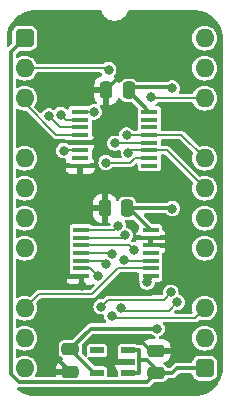
<source format=gtl>
%TF.GenerationSoftware,KiCad,Pcbnew,8.0.4*%
%TF.CreationDate,2024-08-13T19:01:42+02:00*%
%TF.ProjectId,Sound Address Decode,536f756e-6420-4416-9464-726573732044,rev?*%
%TF.SameCoordinates,Original*%
%TF.FileFunction,Copper,L1,Top*%
%TF.FilePolarity,Positive*%
%FSLAX46Y46*%
G04 Gerber Fmt 4.6, Leading zero omitted, Abs format (unit mm)*
G04 Created by KiCad (PCBNEW 8.0.4) date 2024-08-13 19:01:42*
%MOMM*%
%LPD*%
G01*
G04 APERTURE LIST*
G04 Aperture macros list*
%AMRoundRect*
0 Rectangle with rounded corners*
0 $1 Rounding radius*
0 $2 $3 $4 $5 $6 $7 $8 $9 X,Y pos of 4 corners*
0 Add a 4 corners polygon primitive as box body*
4,1,4,$2,$3,$4,$5,$6,$7,$8,$9,$2,$3,0*
0 Add four circle primitives for the rounded corners*
1,1,$1+$1,$2,$3*
1,1,$1+$1,$4,$5*
1,1,$1+$1,$6,$7*
1,1,$1+$1,$8,$9*
0 Add four rect primitives between the rounded corners*
20,1,$1+$1,$2,$3,$4,$5,0*
20,1,$1+$1,$4,$5,$6,$7,0*
20,1,$1+$1,$6,$7,$8,$9,0*
20,1,$1+$1,$8,$9,$2,$3,0*%
G04 Aperture macros list end*
%TA.AperFunction,SMDPad,CuDef*%
%ADD10R,1.475000X0.450000*%
%TD*%
%TA.AperFunction,SMDPad,CuDef*%
%ADD11RoundRect,0.250000X0.475000X-0.250000X0.475000X0.250000X-0.475000X0.250000X-0.475000X-0.250000X0*%
%TD*%
%TA.AperFunction,SMDPad,CuDef*%
%ADD12RoundRect,0.250000X0.250000X0.475000X-0.250000X0.475000X-0.250000X-0.475000X0.250000X-0.475000X0*%
%TD*%
%TA.AperFunction,SMDPad,CuDef*%
%ADD13R,1.450000X0.450000*%
%TD*%
%TA.AperFunction,SMDPad,CuDef*%
%ADD14RoundRect,0.250000X-0.475000X0.250000X-0.475000X-0.250000X0.475000X-0.250000X0.475000X0.250000X0*%
%TD*%
%TA.AperFunction,SMDPad,CuDef*%
%ADD15R,1.150000X0.600000*%
%TD*%
%TA.AperFunction,ComponentPad*%
%ADD16RoundRect,0.400000X-0.400000X-0.400000X0.400000X-0.400000X0.400000X0.400000X-0.400000X0.400000X0*%
%TD*%
%TA.AperFunction,ComponentPad*%
%ADD17O,1.600000X1.600000*%
%TD*%
%TA.AperFunction,ComponentPad*%
%ADD18R,1.600000X1.600000*%
%TD*%
%TA.AperFunction,ViaPad*%
%ADD19C,0.800000*%
%TD*%
%TA.AperFunction,Conductor*%
%ADD20C,0.380000*%
%TD*%
%TA.AperFunction,Conductor*%
%ADD21C,0.200000*%
%TD*%
G04 APERTURE END LIST*
D10*
%TO.P,IC4,1,1A*%
%TO.N,/CPU A ~{OE}*%
X93683600Y-74656400D03*
%TO.P,IC4,2,1B*%
%TO.N,/CPU A ~{WE}*%
X93683600Y-75306400D03*
%TO.P,IC4,3,1Y*%
%TO.N,/CPU A ~{OE}\u00B7~{WE}*%
X93683600Y-75956400D03*
%TO.P,IC4,4,2A*%
%TO.N,/CPU B ~{OE}*%
X93683600Y-76606400D03*
%TO.P,IC4,5,2B*%
%TO.N,/CPU B ~{WE}*%
X93683600Y-77256400D03*
%TO.P,IC4,6,2Y*%
%TO.N,/CPU B ~{OE}\u00B7~{WE}*%
X93683600Y-77906400D03*
%TO.P,IC4,7,GND*%
%TO.N,/GND*%
X93683600Y-78556400D03*
%TO.P,IC4,8,3Y*%
%TO.N,/Sound Address*%
X99559600Y-78556400D03*
%TO.P,IC4,9,3A*%
%TO.N,/~{CLK}*%
X99559600Y-77906400D03*
%TO.P,IC4,10,3B*%
%TO.N,/~{Device RAM}*%
X99559600Y-77256400D03*
%TO.P,IC4,11,4Y*%
%TO.N,unconnected-(IC4D-4Y-Pad11)*%
X99559600Y-76606400D03*
%TO.P,IC4,12,4A*%
%TO.N,/GND*%
X99559600Y-75956400D03*
%TO.P,IC4,13,4B*%
X99559600Y-75306400D03*
%TO.P,IC4,14,3V*%
%TO.N,/3.3V*%
X99559600Y-74656400D03*
%TD*%
D11*
%TO.P,C8,1*%
%TO.N,/5V*%
X100025200Y-86766400D03*
%TO.P,C8,2*%
%TO.N,/GND*%
X100025200Y-84866400D03*
%TD*%
D12*
%TO.P,C3,1*%
%TO.N,/3.3V*%
X97581000Y-72816000D03*
%TO.P,C3,2*%
%TO.N,/GND*%
X95681000Y-72816000D03*
%TD*%
%TO.P,C2,1*%
%TO.N,/3.3V*%
X97708000Y-62839600D03*
%TO.P,C2,2*%
%TO.N,/GND*%
X95808000Y-62839600D03*
%TD*%
D13*
%TO.P,IC1,1,A0*%
%TO.N,/A15*%
X93595000Y-64654000D03*
%TO.P,IC1,2,A1*%
%TO.N,/~{WD}*%
X93595000Y-65304000D03*
%TO.P,IC1,3,A2*%
%TO.N,/~{RD}*%
X93595000Y-65954000D03*
%TO.P,IC1,4,~{E1}*%
%TO.N,/Device ~{CS}*%
X93595000Y-66604000D03*
%TO.P,IC1,5,~{E2}*%
%TO.N,/GND*%
X93595000Y-67254000D03*
%TO.P,IC1,6,E3*%
%TO.N,/A16*%
X93595000Y-67904000D03*
%TO.P,IC1,7,~{Y7}*%
%TO.N,unconnected-(IC1-~{Y7}-Pad7)*%
X93595000Y-68554000D03*
%TO.P,IC1,8,GND*%
%TO.N,/GND*%
X93595000Y-69204000D03*
%TO.P,IC1,9,~{Y6}*%
%TO.N,unconnected-(IC1-~{Y6}-Pad9)*%
X99445000Y-69204000D03*
%TO.P,IC1,10,~{Y5}*%
%TO.N,/CPU B ~{WE}*%
X99445000Y-68554000D03*
%TO.P,IC1,11,~{Y4}*%
%TO.N,/CPU A ~{WE}*%
X99445000Y-67904000D03*
%TO.P,IC1,12,~{Y3}*%
%TO.N,/CPU B ~{OE}*%
X99445000Y-67254000D03*
%TO.P,IC1,13,~{Y2}*%
%TO.N,/CPU A ~{OE}*%
X99445000Y-66604000D03*
%TO.P,IC1,14,~{Y1}*%
%TO.N,unconnected-(IC1-~{Y1}-Pad14)*%
X99445000Y-65954000D03*
%TO.P,IC1,15,~{Y0}*%
%TO.N,unconnected-(IC1-~{Y0}-Pad15)*%
X99445000Y-65304000D03*
%TO.P,IC1,16,3V*%
%TO.N,/3.3V*%
X99445000Y-64654000D03*
%TD*%
D14*
%TO.P,C9,1*%
%TO.N,/3.3V*%
X92760800Y-84746000D03*
%TO.P,C9,2*%
%TO.N,/GND*%
X92760800Y-86646000D03*
%TD*%
D15*
%TO.P,IC5,1,6VIn*%
%TO.N,/5V*%
X97616800Y-86757000D03*
%TO.P,IC5,2,GND*%
%TO.N,/GND*%
X97616800Y-85807000D03*
%TO.P,IC5,3,EN*%
%TO.N,/5V*%
X97616800Y-84857000D03*
%TO.P,IC5,4,ADJ*%
%TO.N,unconnected-(IC5-ADJ-Pad4)*%
X95016800Y-84857000D03*
%TO.P,IC5,5,3.3VOut*%
%TO.N,/3.3V*%
X95016800Y-86757000D03*
%TD*%
D16*
%TO.P,J1,1,Pin_1*%
%TO.N,/5V*%
X88900000Y-58420000D03*
D17*
%TO.P,J1,2,Pin_2*%
%TO.N,/~{Device RAM}*%
X88900000Y-60960000D03*
%TO.P,J1,3,Pin_3*%
%TO.N,/Device ~{CS}*%
X88900000Y-63500000D03*
D18*
%TO.P,J1,4,Pin_4*%
%TO.N,/GND*%
X88900000Y-66040000D03*
D17*
%TO.P,J1,5,Pin_5*%
%TO.N,/~{RD}*%
X88900000Y-68580000D03*
%TO.P,J1,6,Pin_6*%
%TO.N,/~{WD}*%
X88900000Y-71120000D03*
%TO.P,J1,7,Pin_7*%
%TO.N,/A16*%
X88900000Y-73660000D03*
%TO.P,J1,8,Pin_8*%
%TO.N,/A15*%
X88900000Y-76200000D03*
D18*
%TO.P,J1,9,Pin_9*%
%TO.N,/GND*%
X88900000Y-78740000D03*
D17*
%TO.P,J1,10,Pin_10*%
%TO.N,/~{CLK}*%
X88900000Y-81280000D03*
%TO.P,J1,11,Pin_11*%
%TO.N,unconnected-(J1-Pin_11-Pad11)*%
X88900000Y-83820000D03*
%TO.P,J1,12,Pin_12*%
%TO.N,unconnected-(J1-Pin_12-Pad12)*%
X88900000Y-86360000D03*
D16*
%TO.P,J1,13,Pin_13*%
%TO.N,/5V*%
X104140000Y-86360000D03*
D17*
%TO.P,J1,14,Pin_14*%
%TO.N,unconnected-(J1-Pin_14-Pad14)*%
X104140000Y-83820000D03*
%TO.P,J1,15,Pin_15*%
%TO.N,/CPU B ~{WE}*%
X104140000Y-81280000D03*
D18*
%TO.P,J1,16,Pin_16*%
%TO.N,/GND*%
X104140000Y-78740000D03*
D17*
%TO.P,J1,17,Pin_17*%
%TO.N,/CPU B ~{OE}*%
X104140000Y-76200000D03*
%TO.P,J1,18,Pin_18*%
%TO.N,/CPU B ~{OE}\u00B7~{WE}*%
X104140000Y-73660000D03*
%TO.P,J1,19,Pin_19*%
%TO.N,/CPU A ~{WE}*%
X104140000Y-71120000D03*
%TO.P,J1,20,Pin_20*%
%TO.N,/CPU A ~{OE}*%
X104140000Y-68580000D03*
D18*
%TO.P,J1,21,Pin_21*%
%TO.N,/GND*%
X104140000Y-66040000D03*
D17*
%TO.P,J1,22,Pin_22*%
%TO.N,/CPU A ~{OE}\u00B7~{WE}*%
X104140000Y-63500000D03*
%TO.P,J1,23,Pin_23*%
%TO.N,/Sound Address*%
X104140000Y-60960000D03*
%TO.P,J1,24,Pin_24*%
%TO.N,unconnected-(J1-Pin_24-Pad24)*%
X104140000Y-58420000D03*
%TD*%
D19*
%TO.N,/GND*%
X93776800Y-79400400D03*
X102306703Y-61660000D03*
X93776800Y-80801606D03*
X93853000Y-72771000D03*
X94996000Y-67945000D03*
X93534000Y-70231000D03*
%TO.N,/3.3V*%
X101396800Y-72847200D03*
X101385600Y-62636400D03*
X100126800Y-83012998D03*
%TO.N,/A16*%
X92202000Y-67945000D03*
%TO.N,/~{WD}*%
X91950604Y-64882189D03*
%TO.N,/~{RD}*%
X90957400Y-64998600D03*
%TO.N,/A15*%
X94778410Y-64654000D03*
%TO.N,/CPU B ~{WE}*%
X95758000Y-77571600D03*
X96266000Y-81915000D03*
X95786000Y-68950294D03*
%TO.N,/CPU A ~{WE}*%
X97395914Y-75100226D03*
X97688316Y-68121584D03*
%TO.N,/CPU B ~{OE}*%
X96520000Y-67310000D03*
X101829291Y-80778615D03*
X97028000Y-81250804D03*
X96331000Y-76656402D03*
%TO.N,/CPU A ~{OE}*%
X97536000Y-66609992D03*
X96820625Y-74282272D03*
%TO.N,/CPU A ~{OE}\u00B7~{WE}*%
X98151551Y-76357042D03*
X99616040Y-63426400D03*
%TO.N,/CPU B ~{OE}\u00B7~{WE}*%
X95134471Y-78591403D03*
X101272400Y-79948026D03*
X95377226Y-81153226D03*
%TO.N,/Sound Address*%
X99272493Y-79074150D03*
%TO.N,/~{Device RAM}*%
X96012010Y-61087000D03*
X97321544Y-77206400D03*
%TD*%
D20*
%TO.N,/5V*%
X87710000Y-59610000D02*
X88900000Y-58420000D01*
X98581800Y-85680000D02*
X98581800Y-86717000D01*
X88407085Y-87550000D02*
X87710000Y-86852915D01*
X100025200Y-86766400D02*
X99241600Y-87550000D01*
X101396800Y-86766400D02*
X101803200Y-86360000D01*
X97616800Y-86757000D02*
X98541800Y-86757000D01*
X98581800Y-84867000D02*
X98581800Y-85680000D01*
X97616800Y-84857000D02*
X98571800Y-84857000D01*
X100025200Y-86766400D02*
X101396800Y-86766400D01*
X99237800Y-85680000D02*
X98581800Y-85680000D01*
X98571800Y-84857000D02*
X98581800Y-84867000D01*
X99241600Y-87550000D02*
X88407085Y-87550000D01*
X101803200Y-86360000D02*
X104140000Y-86360000D01*
X87710000Y-86852915D02*
X87710000Y-59610000D01*
X98541800Y-86757000D02*
X98581800Y-86717000D01*
X100025200Y-86467400D02*
X99237800Y-85680000D01*
%TO.N,/GND*%
X93595000Y-69204000D02*
X93595000Y-70170000D01*
X96661800Y-85807000D02*
X96651800Y-85797000D01*
X95352423Y-80060800D02*
X94611617Y-80801606D01*
X102114703Y-61468000D02*
X102306703Y-61660000D01*
X100677100Y-75956400D02*
X100939600Y-76218900D01*
X99559600Y-75956400D02*
X100677100Y-75956400D01*
X90576400Y-78740000D02*
X88900000Y-78740000D01*
X96651800Y-85797000D02*
X96651800Y-84167000D01*
X93898000Y-72816000D02*
X93853000Y-72771000D01*
X93595000Y-69204000D02*
X94753000Y-69204000D01*
X97179600Y-61468000D02*
X102114703Y-61468000D01*
X93683600Y-78556400D02*
X93683600Y-79307200D01*
X105330000Y-67230000D02*
X105330000Y-77550000D01*
X94611617Y-80801606D02*
X93776800Y-80801606D01*
X91645800Y-82932604D02*
X93776800Y-80801606D01*
X96651800Y-84167000D02*
X96717800Y-84101000D01*
X105395333Y-79995333D02*
X104140000Y-78740000D01*
X100939600Y-76218900D02*
X100939600Y-78740000D01*
X98827571Y-84101000D02*
X99592971Y-84866400D01*
X94945200Y-69011800D02*
X94945200Y-67995800D01*
X95681000Y-72816000D02*
X93898000Y-72816000D01*
X101315600Y-84866400D02*
X103712000Y-82470000D01*
X104140000Y-66040000D02*
X105330000Y-67230000D01*
X105330000Y-77550000D02*
X104140000Y-78740000D01*
X93595000Y-72629500D02*
X93595000Y-70292000D01*
X93808000Y-72816000D02*
X93781500Y-72816000D01*
X95808000Y-62839600D02*
X97179600Y-61468000D01*
X91236800Y-79400400D02*
X90576400Y-78740000D01*
X88900000Y-66040000D02*
X92064000Y-69204000D01*
X99559600Y-75306400D02*
X99559600Y-75956400D01*
X92556100Y-78521400D02*
X92591100Y-78556400D01*
X93683600Y-79307200D02*
X93776800Y-79400400D01*
X97616800Y-85807000D02*
X96661800Y-85807000D01*
X94996000Y-67945000D02*
X94945200Y-67894200D01*
X103712000Y-82470000D02*
X104632915Y-82470000D01*
X93595000Y-67254000D02*
X94544000Y-67254000D01*
X104140000Y-78740000D02*
X100939600Y-78740000D01*
X105395333Y-81707582D02*
X105395333Y-79995333D01*
X94945200Y-67894200D02*
X94945200Y-66852800D01*
X92064000Y-69204000D02*
X93595000Y-69204000D01*
X91645800Y-85531000D02*
X91645800Y-82932604D01*
X94544000Y-67254000D02*
X94945200Y-66852800D01*
X94753000Y-69204000D02*
X94945200Y-69011800D01*
X95808000Y-65990000D02*
X95808000Y-62839600D01*
X99618800Y-80060800D02*
X95352423Y-80060800D01*
X92556100Y-74041400D02*
X92556100Y-78521400D01*
X92591100Y-78556400D02*
X93683600Y-78556400D01*
X94945200Y-67995800D02*
X94996000Y-67945000D01*
X100939600Y-78740000D02*
X99618800Y-80060800D01*
X93853000Y-72771000D02*
X93808000Y-72816000D01*
X93595000Y-70292000D02*
X93534000Y-70231000D01*
X93781500Y-72816000D02*
X92556100Y-74041400D01*
X93776800Y-79400400D02*
X91236800Y-79400400D01*
X104632915Y-82470000D02*
X105395333Y-81707582D01*
X94945200Y-66852800D02*
X95808000Y-65990000D01*
X100025200Y-84866400D02*
X101315600Y-84866400D01*
X93781500Y-72816000D02*
X93595000Y-72629500D01*
X93595000Y-70170000D02*
X93534000Y-70231000D01*
X96717800Y-84101000D02*
X98827571Y-84101000D01*
X92760800Y-86646000D02*
X91645800Y-85531000D01*
%TO.N,/3.3V*%
X101365600Y-72816000D02*
X101396800Y-72847200D01*
X97962000Y-62585600D02*
X101334800Y-62585600D01*
X99445000Y-64647000D02*
X97708000Y-62910000D01*
X92760800Y-84746000D02*
X94493800Y-83013000D01*
X99559600Y-74656400D02*
X97719200Y-72816000D01*
X94771800Y-86757000D02*
X92760800Y-84746000D01*
X97581000Y-72816000D02*
X101365600Y-72816000D01*
X99364798Y-83012998D02*
X100126800Y-83012998D01*
X101334800Y-62585600D02*
X101385600Y-62636400D01*
X94493800Y-83013000D02*
X99364796Y-83013000D01*
D21*
%TO.N,/~{CLK}*%
X96813858Y-77906400D02*
X94618658Y-80101600D01*
X99559600Y-77906400D02*
X96813858Y-77906400D01*
X90078400Y-80101600D02*
X88900000Y-81280000D01*
X94618658Y-80101600D02*
X90078400Y-80101600D01*
%TO.N,/Device ~{CS}*%
X91572850Y-66604000D02*
X93595000Y-66604000D01*
X88900000Y-63931150D02*
X91572850Y-66604000D01*
%TO.N,/A16*%
X93595000Y-67904000D02*
X92243000Y-67904000D01*
X92243000Y-67904000D02*
X92202000Y-67945000D01*
%TO.N,/~{WD}*%
X93595000Y-65304000D02*
X92372415Y-65304000D01*
X92372415Y-65304000D02*
X91950604Y-64882189D01*
%TO.N,/~{RD}*%
X93595000Y-65954000D02*
X91912800Y-65954000D01*
X91912800Y-65954000D02*
X90957400Y-64998600D01*
%TO.N,/A15*%
X93595000Y-64654000D02*
X94778410Y-64654000D01*
%TO.N,/CPU B ~{WE}*%
X103340001Y-82079999D02*
X96430999Y-82079999D01*
X98245850Y-68554000D02*
X97849556Y-68950294D01*
X104140000Y-81280000D02*
X103340001Y-82079999D01*
X95442800Y-77256400D02*
X95758000Y-77571600D01*
X93683600Y-77256400D02*
X95442800Y-77256400D01*
X97849556Y-68950294D02*
X95786000Y-68950294D01*
X99445000Y-68554000D02*
X98245850Y-68554000D01*
X96430999Y-82079999D02*
X96266000Y-81915000D01*
%TO.N,/CPU A ~{WE}*%
X99445000Y-67904000D02*
X100924000Y-67904000D01*
X97189740Y-75306400D02*
X97395914Y-75100226D01*
X93683600Y-75306400D02*
X97189740Y-75306400D01*
X97905900Y-67904000D02*
X97688316Y-68121584D01*
X99445000Y-67904000D02*
X97905900Y-67904000D01*
X100924000Y-67904000D02*
X104140000Y-71120000D01*
%TO.N,/CPU B ~{OE}*%
X101124706Y-81483200D02*
X97260396Y-81483200D01*
X99389000Y-67310000D02*
X96520000Y-67310000D01*
X96280998Y-76606400D02*
X96331000Y-76656402D01*
X97260396Y-81483200D02*
X97028000Y-81250804D01*
X101829291Y-80778615D02*
X101124706Y-81483200D01*
X93683600Y-76606400D02*
X96280998Y-76606400D01*
%TO.N,/CPU A ~{OE}*%
X102164000Y-66604000D02*
X99445000Y-66604000D01*
X99445000Y-66604000D02*
X97541992Y-66604000D01*
X97541992Y-66604000D02*
X97536000Y-66609992D01*
X96446497Y-74656400D02*
X96820625Y-74282272D01*
X104140000Y-68580000D02*
X102164000Y-66604000D01*
X93683600Y-74656400D02*
X96446497Y-74656400D01*
%TO.N,/CPU A ~{OE}\u00B7~{WE}*%
X97750909Y-75956400D02*
X98151551Y-76357042D01*
X93683600Y-75956400D02*
X97750909Y-75956400D01*
X99689640Y-63500000D02*
X99616040Y-63426400D01*
X104140000Y-63500000D02*
X99689640Y-63500000D01*
%TO.N,/CPU B ~{OE}\u00B7~{WE}*%
X94449468Y-77906400D02*
X95134471Y-78591403D01*
X93683600Y-77906400D02*
X94449468Y-77906400D01*
X100669626Y-80550800D02*
X95979652Y-80550800D01*
X101272400Y-79948026D02*
X100669626Y-80550800D01*
X95979652Y-80550800D02*
X95377226Y-81153226D01*
%TO.N,/Sound Address*%
X99559600Y-78787043D02*
X99272493Y-79074150D01*
X99559600Y-78556400D02*
X99559600Y-78787043D01*
%TO.N,/~{Device RAM}*%
X97371544Y-77256400D02*
X97321544Y-77206400D01*
X88900000Y-60960000D02*
X95885010Y-60960000D01*
X95885010Y-60960000D02*
X96012010Y-61087000D01*
X99559600Y-77256400D02*
X97371544Y-77256400D01*
%TD*%
%TA.AperFunction,Conductor*%
%TO.N,/GND*%
G36*
X102870000Y-88723232D02*
G01*
X90138000Y-88723232D01*
X90138000Y-87990500D01*
X99299591Y-87990500D01*
X99299593Y-87990500D01*
X99411627Y-87960481D01*
X99512073Y-87902488D01*
X99861342Y-87553217D01*
X99922665Y-87519733D01*
X99949023Y-87516899D01*
X100548071Y-87516899D01*
X100548072Y-87516899D01*
X100607683Y-87510491D01*
X100742531Y-87460196D01*
X100857746Y-87373946D01*
X100943996Y-87258731D01*
X100943996Y-87258729D01*
X100945599Y-87256589D01*
X101001533Y-87214718D01*
X101044866Y-87206900D01*
X101454791Y-87206900D01*
X101454793Y-87206900D01*
X101566827Y-87176881D01*
X101667273Y-87118888D01*
X101949343Y-86836819D01*
X102010666Y-86803334D01*
X102037024Y-86800500D01*
X102870000Y-86800500D01*
X102870000Y-88723232D01*
G37*
%TD.AperFunction*%
%TA.AperFunction,Conductor*%
G36*
X95382510Y-61330185D02*
G01*
X95428265Y-61382989D01*
X95431411Y-61390525D01*
X95431787Y-61391518D01*
X95431791Y-61391524D01*
X95464113Y-61438351D01*
X95485996Y-61504705D01*
X95468531Y-61572357D01*
X95417263Y-61619827D01*
X95401068Y-61626497D01*
X95238878Y-61680242D01*
X95238875Y-61680243D01*
X95089654Y-61772284D01*
X94965684Y-61896254D01*
X94873643Y-62045475D01*
X94873641Y-62045480D01*
X94818494Y-62211902D01*
X94818493Y-62211909D01*
X94808000Y-62314613D01*
X94808000Y-62589600D01*
X95934000Y-62589600D01*
X96001039Y-62609285D01*
X96046794Y-62662089D01*
X96058000Y-62713600D01*
X96058000Y-64064599D01*
X96107972Y-64064599D01*
X96107986Y-64064598D01*
X96210697Y-64054105D01*
X96377119Y-63998958D01*
X96377124Y-63998956D01*
X96526345Y-63906915D01*
X96650315Y-63782945D01*
X96742356Y-63633724D01*
X96742359Y-63633717D01*
X96772930Y-63541460D01*
X96812702Y-63484015D01*
X96877218Y-63457191D01*
X96945994Y-63469506D01*
X96997194Y-63517048D01*
X97006818Y-63537129D01*
X97014203Y-63556929D01*
X97014206Y-63556935D01*
X97100452Y-63672144D01*
X97100455Y-63672147D01*
X97215664Y-63758393D01*
X97215671Y-63758397D01*
X97260618Y-63775161D01*
X97350517Y-63808691D01*
X97410127Y-63815100D01*
X97938776Y-63815099D01*
X98005815Y-63834783D01*
X98026457Y-63851418D01*
X98440860Y-64265821D01*
X98474345Y-64327144D01*
X98474797Y-64377690D01*
X98469500Y-64404323D01*
X98469500Y-64903673D01*
X98479671Y-64954810D01*
X98479671Y-65003190D01*
X98469500Y-65054326D01*
X98469500Y-65553673D01*
X98479671Y-65604810D01*
X98479671Y-65653190D01*
X98469500Y-65704326D01*
X98469500Y-66129500D01*
X98449815Y-66196539D01*
X98397011Y-66242294D01*
X98345500Y-66253500D01*
X98145429Y-66253500D01*
X98078390Y-66233815D01*
X98043379Y-66199940D01*
X98030313Y-66181011D01*
X98026483Y-66175462D01*
X97908240Y-66070709D01*
X97908238Y-66070708D01*
X97908237Y-66070707D01*
X97768365Y-65997295D01*
X97614986Y-65959492D01*
X97614985Y-65959492D01*
X97457015Y-65959492D01*
X97457014Y-65959492D01*
X97303634Y-65997295D01*
X97163762Y-66070707D01*
X97045516Y-66175463D01*
X96955781Y-66305467D01*
X96955780Y-66305468D01*
X96899763Y-66453172D01*
X96883569Y-66586538D01*
X96855947Y-66650716D01*
X96798012Y-66689772D01*
X96730799Y-66691988D01*
X96598986Y-66659500D01*
X96598985Y-66659500D01*
X96441015Y-66659500D01*
X96441014Y-66659500D01*
X96287634Y-66697303D01*
X96147762Y-66770715D01*
X96029516Y-66875471D01*
X95939781Y-67005475D01*
X95939780Y-67005476D01*
X95883762Y-67153181D01*
X95864722Y-67309999D01*
X95864722Y-67310000D01*
X95883762Y-67466818D01*
X95916637Y-67553500D01*
X95939780Y-67614523D01*
X96029517Y-67744530D01*
X96147760Y-67849283D01*
X96147762Y-67849284D01*
X96287634Y-67922696D01*
X96441014Y-67960500D01*
X96441015Y-67960500D01*
X96598985Y-67960500D01*
X96752365Y-67922696D01*
X96868734Y-67861619D01*
X96937242Y-67847894D01*
X97002295Y-67873386D01*
X97043240Y-67930002D01*
X97049456Y-67986362D01*
X97033038Y-68121583D01*
X97033038Y-68121584D01*
X97052078Y-68278402D01*
X97110264Y-68431823D01*
X97115631Y-68501486D01*
X97082484Y-68562992D01*
X97021345Y-68596814D01*
X96994322Y-68599794D01*
X96399564Y-68599794D01*
X96332525Y-68580109D01*
X96297513Y-68546232D01*
X96276484Y-68515765D01*
X96235970Y-68479873D01*
X96158240Y-68411011D01*
X96158238Y-68411010D01*
X96158237Y-68411009D01*
X96018365Y-68337597D01*
X95864986Y-68299794D01*
X95864985Y-68299794D01*
X95707015Y-68299794D01*
X95707014Y-68299794D01*
X95553634Y-68337597D01*
X95413762Y-68411009D01*
X95295516Y-68515765D01*
X95205781Y-68645769D01*
X95205780Y-68645770D01*
X95149762Y-68793475D01*
X95130722Y-68950293D01*
X95130722Y-68950294D01*
X95149762Y-69107112D01*
X95196657Y-69230762D01*
X95205780Y-69254817D01*
X95295517Y-69384824D01*
X95413760Y-69489577D01*
X95413762Y-69489578D01*
X95553634Y-69562990D01*
X95707014Y-69600794D01*
X95707015Y-69600794D01*
X95864985Y-69600794D01*
X96018365Y-69562990D01*
X96069067Y-69536379D01*
X96158240Y-69489577D01*
X96276483Y-69384824D01*
X96297513Y-69354355D01*
X96351795Y-69310364D01*
X96399564Y-69300794D01*
X97895698Y-69300794D01*
X97895700Y-69300794D01*
X97984844Y-69276908D01*
X98064768Y-69230764D01*
X98257819Y-69037711D01*
X98319142Y-69004227D01*
X98388833Y-69009211D01*
X98444767Y-69051082D01*
X98469184Y-69116547D01*
X98469500Y-69125393D01*
X98469500Y-69453678D01*
X98484032Y-69526735D01*
X98484033Y-69526739D01*
X98484034Y-69526740D01*
X98539399Y-69609601D01*
X98622260Y-69664966D01*
X98622264Y-69664967D01*
X98695321Y-69679499D01*
X98695324Y-69679500D01*
X98695326Y-69679500D01*
X100194676Y-69679500D01*
X100194677Y-69679499D01*
X100267740Y-69664966D01*
X100350601Y-69609601D01*
X100405966Y-69526740D01*
X100420500Y-69453674D01*
X100420500Y-68954326D01*
X100410328Y-68903188D01*
X100410328Y-68854811D01*
X100420500Y-68803674D01*
X100420500Y-68378500D01*
X100440185Y-68311461D01*
X100492989Y-68265706D01*
X100544500Y-68254500D01*
X100727456Y-68254500D01*
X100794495Y-68274185D01*
X100815137Y-68290819D01*
X102870000Y-70345682D01*
X102870000Y-81729499D01*
X101673450Y-81729499D01*
X101606411Y-81709814D01*
X101560656Y-81657010D01*
X101550712Y-81587852D01*
X101579737Y-81524296D01*
X101585768Y-81517819D01*
X101608375Y-81495212D01*
X101640015Y-81463571D01*
X101701336Y-81430087D01*
X101742562Y-81430654D01*
X101742859Y-81428211D01*
X101750305Y-81429115D01*
X101750306Y-81429115D01*
X101908276Y-81429115D01*
X102061656Y-81391311D01*
X102201531Y-81317898D01*
X102319774Y-81213145D01*
X102409511Y-81083138D01*
X102465528Y-80935433D01*
X102484569Y-80778615D01*
X102465528Y-80621797D01*
X102462549Y-80613943D01*
X102444283Y-80565779D01*
X102409511Y-80474092D01*
X102319774Y-80344085D01*
X102201531Y-80239332D01*
X102201529Y-80239331D01*
X102201528Y-80239330D01*
X102061657Y-80165919D01*
X102012545Y-80153814D01*
X101952164Y-80118657D01*
X101920376Y-80056438D01*
X101919124Y-80018474D01*
X101927678Y-79948026D01*
X101908637Y-79791208D01*
X101852620Y-79643503D01*
X101762883Y-79513496D01*
X101644640Y-79408743D01*
X101644638Y-79408742D01*
X101644637Y-79408741D01*
X101504765Y-79335329D01*
X101351386Y-79297526D01*
X101351385Y-79297526D01*
X101193415Y-79297526D01*
X101193414Y-79297526D01*
X101040034Y-79335329D01*
X100900162Y-79408741D01*
X100900160Y-79408743D01*
X100787356Y-79508678D01*
X100781916Y-79513497D01*
X100692181Y-79643501D01*
X100692180Y-79643502D01*
X100636163Y-79791207D01*
X100617122Y-79948026D01*
X100627124Y-80030405D01*
X100615663Y-80099329D01*
X100591712Y-80133029D01*
X100560765Y-80163978D01*
X100499443Y-80197465D01*
X100473081Y-80200300D01*
X95933508Y-80200300D01*
X95844364Y-80224186D01*
X95844361Y-80224187D01*
X95764443Y-80270327D01*
X95764442Y-80270328D01*
X95566500Y-80468269D01*
X95505177Y-80501753D01*
X95463947Y-80501230D01*
X95463656Y-80503630D01*
X95456211Y-80502726D01*
X95298241Y-80502726D01*
X95298240Y-80502726D01*
X95144860Y-80540529D01*
X95004988Y-80613941D01*
X94886742Y-80718697D01*
X94797007Y-80848701D01*
X94797006Y-80848702D01*
X94740988Y-80996407D01*
X94721948Y-81153225D01*
X94721948Y-81153226D01*
X94740988Y-81310044D01*
X94786515Y-81430087D01*
X94797006Y-81457749D01*
X94886743Y-81587756D01*
X95004986Y-81692509D01*
X95004988Y-81692510D01*
X95144860Y-81765922D01*
X95298240Y-81803726D01*
X95298241Y-81803726D01*
X95456206Y-81803726D01*
X95456211Y-81803726D01*
X95457204Y-81803481D01*
X95457956Y-81803514D01*
X95463658Y-81802822D01*
X95463773Y-81803769D01*
X95527003Y-81806543D01*
X95584069Y-81846857D01*
X95609984Y-81908928D01*
X95629763Y-82071819D01*
X95685780Y-82219523D01*
X95685781Y-82219524D01*
X95775516Y-82349529D01*
X95782464Y-82355684D01*
X95819591Y-82414874D01*
X95818823Y-82484739D01*
X95780406Y-82543099D01*
X95716535Y-82571424D01*
X95700237Y-82572500D01*
X94435807Y-82572500D01*
X94323771Y-82602519D01*
X94223327Y-82660512D01*
X94223324Y-82660514D01*
X92924656Y-83959181D01*
X92863333Y-83992666D01*
X92836975Y-83995500D01*
X92237929Y-83995500D01*
X92237923Y-83995501D01*
X92178316Y-84001908D01*
X92043471Y-84052202D01*
X92043464Y-84052206D01*
X91928255Y-84138452D01*
X91928252Y-84138455D01*
X91842006Y-84253664D01*
X91842002Y-84253671D01*
X91791710Y-84388513D01*
X91791709Y-84388517D01*
X91785300Y-84448127D01*
X91785300Y-84448134D01*
X91785300Y-84448135D01*
X91785300Y-85043870D01*
X91785301Y-85043876D01*
X91791708Y-85103483D01*
X91842002Y-85238328D01*
X91842006Y-85238335D01*
X91928252Y-85353544D01*
X91928255Y-85353547D01*
X92043464Y-85439793D01*
X92043473Y-85439798D01*
X92063268Y-85447181D01*
X92119202Y-85489051D01*
X92143620Y-85554515D01*
X92128769Y-85622788D01*
X92079365Y-85672194D01*
X92058941Y-85681069D01*
X91966678Y-85711642D01*
X91966675Y-85711643D01*
X91817454Y-85803684D01*
X91693484Y-85927654D01*
X91601443Y-86076875D01*
X91601441Y-86076880D01*
X91546294Y-86243302D01*
X91546293Y-86243309D01*
X91535800Y-86346013D01*
X91535800Y-86396000D01*
X92886800Y-86396000D01*
X92953839Y-86415685D01*
X92999594Y-86468489D01*
X93010800Y-86520000D01*
X93010800Y-86772000D01*
X92991115Y-86839039D01*
X92938311Y-86884794D01*
X92886800Y-86896000D01*
X91535801Y-86896000D01*
X91535801Y-86945986D01*
X91538551Y-86972898D01*
X91525782Y-87041591D01*
X91477901Y-87092475D01*
X91415193Y-87109500D01*
X90138000Y-87109500D01*
X90138000Y-80537681D01*
X90187262Y-80488419D01*
X90248585Y-80454934D01*
X90274943Y-80452100D01*
X94664800Y-80452100D01*
X94664802Y-80452100D01*
X94753946Y-80428214D01*
X94754117Y-80428115D01*
X94833870Y-80382070D01*
X96922721Y-78293219D01*
X96984044Y-78259734D01*
X97010402Y-78256900D01*
X98447600Y-78256900D01*
X98514639Y-78276585D01*
X98560394Y-78329389D01*
X98571600Y-78380900D01*
X98571600Y-78806078D01*
X98586132Y-78879135D01*
X98586133Y-78879138D01*
X98586133Y-78879139D01*
X98586134Y-78879140D01*
X98597350Y-78895926D01*
X98606940Y-78910279D01*
X98627816Y-78976957D01*
X98626932Y-78994113D01*
X98617215Y-79074149D01*
X98617215Y-79074150D01*
X98636255Y-79230968D01*
X98675835Y-79335329D01*
X98692273Y-79378673D01*
X98782010Y-79508680D01*
X98900253Y-79613433D01*
X98900255Y-79613434D01*
X99040127Y-79686846D01*
X99193507Y-79724650D01*
X99193508Y-79724650D01*
X99351478Y-79724650D01*
X99504858Y-79686846D01*
X99644733Y-79613433D01*
X99762976Y-79508680D01*
X99852713Y-79378673D01*
X99908730Y-79230968D01*
X99919660Y-79140953D01*
X99947282Y-79076775D01*
X100005216Y-79037719D01*
X100042756Y-79031900D01*
X100321776Y-79031900D01*
X100321777Y-79031899D01*
X100394840Y-79017366D01*
X100477701Y-78962001D01*
X100533066Y-78879140D01*
X100547600Y-78806074D01*
X100547600Y-78306726D01*
X100537428Y-78255588D01*
X100537428Y-78207211D01*
X100547600Y-78156074D01*
X100547600Y-77656726D01*
X100537428Y-77605588D01*
X100537428Y-77557210D01*
X100547600Y-77506074D01*
X100547600Y-77006726D01*
X100537428Y-76955588D01*
X100537428Y-76907210D01*
X100547600Y-76856074D01*
X100547600Y-76680525D01*
X100567285Y-76613486D01*
X100597289Y-76581258D01*
X100654289Y-76538587D01*
X100654290Y-76538586D01*
X100740452Y-76423488D01*
X100740454Y-76423486D01*
X100790696Y-76288779D01*
X100790698Y-76288772D01*
X100797099Y-76229244D01*
X100797100Y-76229227D01*
X100797100Y-76181400D01*
X100486283Y-76181400D01*
X100419244Y-76161715D01*
X100417394Y-76160503D01*
X100394840Y-76145433D01*
X100321776Y-76130900D01*
X100321774Y-76130900D01*
X99458600Y-76130900D01*
X99391561Y-76111215D01*
X99345806Y-76058411D01*
X99334600Y-76006900D01*
X99334600Y-75731400D01*
X99784600Y-75731400D01*
X100797100Y-75731400D01*
X100797100Y-75683579D01*
X100797099Y-75683568D01*
X100792915Y-75644658D01*
X100792915Y-75618142D01*
X100797099Y-75579231D01*
X100797100Y-75579221D01*
X100797100Y-75531400D01*
X99784600Y-75531400D01*
X99784600Y-75731400D01*
X99334600Y-75731400D01*
X99334600Y-75531400D01*
X98322100Y-75531400D01*
X98322100Y-75582542D01*
X98302415Y-75649581D01*
X98249611Y-75695336D01*
X98198100Y-75706542D01*
X98072566Y-75706542D01*
X98072564Y-75706542D01*
X98065123Y-75707446D01*
X98064735Y-75704251D01*
X98009213Y-75701518D01*
X97973777Y-75679297D01*
X97972566Y-75680876D01*
X97966117Y-75675927D01*
X97955842Y-75669995D01*
X97907626Y-75619428D01*
X97894403Y-75550821D01*
X97915791Y-75492169D01*
X97976134Y-75404749D01*
X98032151Y-75257044D01*
X98051192Y-75100226D01*
X98037039Y-74983660D01*
X98032151Y-74943407D01*
X97992670Y-74839306D01*
X97976134Y-74795703D01*
X97886397Y-74665696D01*
X97768154Y-74560943D01*
X97768152Y-74560942D01*
X97768151Y-74560941D01*
X97628281Y-74487530D01*
X97562793Y-74471389D01*
X97502413Y-74436232D01*
X97470625Y-74374013D01*
X97469373Y-74336050D01*
X97475903Y-74282272D01*
X97456862Y-74125454D01*
X97400845Y-73977749D01*
X97400840Y-73977742D01*
X97398418Y-73973126D01*
X97384692Y-73904618D01*
X97410184Y-73839564D01*
X97466799Y-73798619D01*
X97508210Y-73791499D01*
X97878872Y-73791499D01*
X97929026Y-73786107D01*
X97938484Y-73785091D01*
X97956202Y-73778482D01*
X98025894Y-73773495D01*
X98087215Y-73806976D01*
X98087220Y-73806981D01*
X98543873Y-74263634D01*
X98577358Y-74324957D01*
X98577810Y-74375505D01*
X98571600Y-74406726D01*
X98571600Y-74582273D01*
X98551915Y-74649312D01*
X98521912Y-74681539D01*
X98464914Y-74724207D01*
X98464908Y-74724214D01*
X98378749Y-74839306D01*
X98378745Y-74839313D01*
X98328503Y-74974020D01*
X98328501Y-74974027D01*
X98322100Y-75033555D01*
X98322100Y-75081400D01*
X98632917Y-75081400D01*
X98699956Y-75101085D01*
X98701806Y-75102297D01*
X98724359Y-75117366D01*
X98797423Y-75131900D01*
X98797426Y-75131900D01*
X100321776Y-75131900D01*
X100394840Y-75117366D01*
X100417394Y-75102297D01*
X100484072Y-75081420D01*
X100486283Y-75081400D01*
X100797100Y-75081400D01*
X100797100Y-75033572D01*
X100797099Y-75033555D01*
X100790698Y-74974027D01*
X100790696Y-74974020D01*
X100740454Y-74839313D01*
X100740450Y-74839306D01*
X100654291Y-74724214D01*
X100654285Y-74724207D01*
X100597288Y-74681539D01*
X100555418Y-74625605D01*
X100547600Y-74582273D01*
X100547600Y-74406723D01*
X100547599Y-74406721D01*
X100533067Y-74333664D01*
X100533066Y-74333660D01*
X100521944Y-74317015D01*
X100477701Y-74250799D01*
X100394840Y-74195434D01*
X100394839Y-74195433D01*
X100394835Y-74195432D01*
X100321777Y-74180900D01*
X100321774Y-74180900D01*
X99758423Y-74180900D01*
X99691384Y-74161215D01*
X99670742Y-74144581D01*
X98994342Y-73468181D01*
X98960857Y-73406858D01*
X98965841Y-73337166D01*
X99007713Y-73281233D01*
X99073177Y-73256816D01*
X99082023Y-73256500D01*
X100830811Y-73256500D01*
X100897850Y-73276185D01*
X100913036Y-73287682D01*
X101024560Y-73386483D01*
X101024562Y-73386484D01*
X101164434Y-73459896D01*
X101317814Y-73497700D01*
X101317815Y-73497700D01*
X101475785Y-73497700D01*
X101629165Y-73459896D01*
X101660029Y-73443697D01*
X101769040Y-73386483D01*
X101887283Y-73281730D01*
X101977020Y-73151723D01*
X102033037Y-73004018D01*
X102052078Y-72847200D01*
X102033037Y-72690382D01*
X101977020Y-72542677D01*
X101887283Y-72412670D01*
X101769040Y-72307917D01*
X101769038Y-72307916D01*
X101769037Y-72307915D01*
X101629165Y-72234503D01*
X101475786Y-72196700D01*
X101475785Y-72196700D01*
X101317815Y-72196700D01*
X101317814Y-72196700D01*
X101164434Y-72234503D01*
X101024562Y-72307915D01*
X100983474Y-72344316D01*
X100920240Y-72374037D01*
X100901247Y-72375500D01*
X98451739Y-72375500D01*
X98384700Y-72355815D01*
X98338945Y-72303011D01*
X98328449Y-72264754D01*
X98328056Y-72261102D01*
X98325091Y-72233517D01*
X98274796Y-72098669D01*
X98274795Y-72098668D01*
X98274793Y-72098664D01*
X98188547Y-71983455D01*
X98188544Y-71983452D01*
X98073335Y-71897206D01*
X98073328Y-71897202D01*
X97938486Y-71846910D01*
X97938485Y-71846909D01*
X97938483Y-71846909D01*
X97878873Y-71840500D01*
X97878863Y-71840500D01*
X97283129Y-71840500D01*
X97283123Y-71840501D01*
X97223516Y-71846908D01*
X97088671Y-71897202D01*
X97088664Y-71897206D01*
X96973455Y-71983452D01*
X96973452Y-71983455D01*
X96887206Y-72098664D01*
X96887201Y-72098674D01*
X96879817Y-72118471D01*
X96837945Y-72174404D01*
X96772480Y-72198820D01*
X96704207Y-72183967D01*
X96654803Y-72134561D01*
X96645930Y-72114140D01*
X96615358Y-72021880D01*
X96615356Y-72021875D01*
X96523315Y-71872654D01*
X96399345Y-71748684D01*
X96250124Y-71656643D01*
X96250119Y-71656641D01*
X96083697Y-71601494D01*
X96083690Y-71601493D01*
X95980986Y-71591000D01*
X95931000Y-71591000D01*
X95931000Y-74040999D01*
X95980972Y-74040999D01*
X95980984Y-74040998D01*
X96042918Y-74034671D01*
X96111611Y-74047440D01*
X96162496Y-74095320D01*
X96179417Y-74163110D01*
X96178618Y-74172968D01*
X96177005Y-74186256D01*
X96175720Y-74196841D01*
X96148103Y-74261019D01*
X96090171Y-74300079D01*
X96052624Y-74305900D01*
X94704797Y-74305900D01*
X94637758Y-74286215D01*
X94610413Y-74259353D01*
X94610334Y-74259433D01*
X94601703Y-74250802D01*
X94601701Y-74250799D01*
X94518840Y-74195434D01*
X94518838Y-74195433D01*
X94518835Y-74195432D01*
X94445777Y-74180900D01*
X94445774Y-74180900D01*
X92921426Y-74180900D01*
X92921423Y-74180900D01*
X92848364Y-74195432D01*
X92848360Y-74195433D01*
X92765499Y-74250799D01*
X92710133Y-74333660D01*
X92710132Y-74333664D01*
X92695600Y-74406721D01*
X92695600Y-74906073D01*
X92705771Y-74957210D01*
X92705771Y-75005590D01*
X92695600Y-75056726D01*
X92695600Y-75556073D01*
X92705771Y-75607210D01*
X92705771Y-75655590D01*
X92695600Y-75706726D01*
X92695600Y-76206073D01*
X92705771Y-76257210D01*
X92705771Y-76305590D01*
X92695600Y-76356726D01*
X92695600Y-76856073D01*
X92705771Y-76907210D01*
X92705771Y-76955590D01*
X92695600Y-77006726D01*
X92695600Y-77506073D01*
X92705771Y-77557210D01*
X92705771Y-77605590D01*
X92695600Y-77656726D01*
X92695600Y-77832273D01*
X92675915Y-77899312D01*
X92645912Y-77931539D01*
X92588914Y-77974207D01*
X92588908Y-77974214D01*
X92502749Y-78089306D01*
X92502745Y-78089313D01*
X92452503Y-78224020D01*
X92452501Y-78224027D01*
X92446100Y-78283555D01*
X92446100Y-78331400D01*
X92756917Y-78331400D01*
X92823956Y-78351085D01*
X92825806Y-78352297D01*
X92848359Y-78367366D01*
X92921423Y-78381900D01*
X92921426Y-78381900D01*
X93784600Y-78381900D01*
X93851639Y-78401585D01*
X93897394Y-78454389D01*
X93908600Y-78505900D01*
X93908600Y-79281400D01*
X94468928Y-79281400D01*
X94468944Y-79281399D01*
X94528472Y-79274998D01*
X94528483Y-79274995D01*
X94665989Y-79223708D01*
X94735680Y-79218723D01*
X94797004Y-79252207D01*
X94830489Y-79313530D01*
X94825505Y-79383222D01*
X94797005Y-79427570D01*
X94509793Y-79714782D01*
X94448473Y-79748266D01*
X94422114Y-79751100D01*
X90138000Y-79751100D01*
X90138000Y-78829244D01*
X92446100Y-78829244D01*
X92452501Y-78888772D01*
X92452503Y-78888779D01*
X92502745Y-79023486D01*
X92502749Y-79023493D01*
X92588909Y-79138587D01*
X92588912Y-79138590D01*
X92704006Y-79224750D01*
X92704013Y-79224754D01*
X92838720Y-79274996D01*
X92838727Y-79274998D01*
X92898255Y-79281399D01*
X92898272Y-79281400D01*
X93458600Y-79281400D01*
X93458600Y-78781400D01*
X92446100Y-78781400D01*
X92446100Y-78829244D01*
X90138000Y-78829244D01*
X90138000Y-73340986D01*
X94681001Y-73340986D01*
X94691494Y-73443697D01*
X94746641Y-73610119D01*
X94746643Y-73610124D01*
X94838684Y-73759345D01*
X94962654Y-73883315D01*
X95111875Y-73975356D01*
X95111880Y-73975358D01*
X95278302Y-74030505D01*
X95278309Y-74030506D01*
X95381019Y-74040999D01*
X95430999Y-74040998D01*
X95431000Y-74040998D01*
X95431000Y-73066000D01*
X94681001Y-73066000D01*
X94681001Y-73340986D01*
X90138000Y-73340986D01*
X90138000Y-72291013D01*
X94681000Y-72291013D01*
X94681000Y-72566000D01*
X95431000Y-72566000D01*
X95431000Y-71591000D01*
X95430999Y-71590999D01*
X95381029Y-71591000D01*
X95381011Y-71591001D01*
X95278302Y-71601494D01*
X95111880Y-71656641D01*
X95111875Y-71656643D01*
X94962654Y-71748684D01*
X94838684Y-71872654D01*
X94746643Y-72021875D01*
X94746641Y-72021880D01*
X94691494Y-72188302D01*
X94691493Y-72188309D01*
X94681000Y-72291013D01*
X90138000Y-72291013D01*
X90138000Y-69476844D01*
X92370000Y-69476844D01*
X92376401Y-69536372D01*
X92376403Y-69536379D01*
X92426645Y-69671086D01*
X92426649Y-69671093D01*
X92512809Y-69786187D01*
X92512812Y-69786190D01*
X92627906Y-69872350D01*
X92627913Y-69872354D01*
X92762620Y-69922596D01*
X92762627Y-69922598D01*
X92822155Y-69928999D01*
X92822172Y-69929000D01*
X93370000Y-69929000D01*
X93820000Y-69929000D01*
X94367828Y-69929000D01*
X94367844Y-69928999D01*
X94427372Y-69922598D01*
X94427379Y-69922596D01*
X94562086Y-69872354D01*
X94562093Y-69872350D01*
X94677187Y-69786190D01*
X94677190Y-69786187D01*
X94763350Y-69671093D01*
X94763354Y-69671086D01*
X94813596Y-69536379D01*
X94813598Y-69536372D01*
X94819999Y-69476844D01*
X94820000Y-69476827D01*
X94820000Y-69429000D01*
X93820000Y-69429000D01*
X93820000Y-69929000D01*
X93370000Y-69929000D01*
X93370000Y-69429000D01*
X92370000Y-69429000D01*
X92370000Y-69476844D01*
X90138000Y-69476844D01*
X90138000Y-67944999D01*
X91546722Y-67944999D01*
X91546722Y-67945000D01*
X91565762Y-68101818D01*
X91613997Y-68229000D01*
X91621780Y-68249523D01*
X91711517Y-68379530D01*
X91829760Y-68484283D01*
X91829762Y-68484284D01*
X91969634Y-68557696D01*
X92123014Y-68595500D01*
X92123015Y-68595500D01*
X92280980Y-68595500D01*
X92280985Y-68595500D01*
X92280989Y-68595498D01*
X92286431Y-68594838D01*
X92355355Y-68606297D01*
X92407142Y-68653200D01*
X92425350Y-68720655D01*
X92417562Y-68761267D01*
X92376403Y-68871619D01*
X92376401Y-68871627D01*
X92370000Y-68931155D01*
X92370000Y-68979000D01*
X92680817Y-68979000D01*
X92747856Y-68998685D01*
X92749706Y-68999897D01*
X92772259Y-69014966D01*
X92845323Y-69029500D01*
X92845326Y-69029500D01*
X94344676Y-69029500D01*
X94417740Y-69014966D01*
X94440294Y-68999897D01*
X94506972Y-68979020D01*
X94509183Y-68979000D01*
X94820000Y-68979000D01*
X94820000Y-68931172D01*
X94819999Y-68931155D01*
X94813598Y-68871627D01*
X94813596Y-68871620D01*
X94763354Y-68736913D01*
X94763350Y-68736906D01*
X94677191Y-68621814D01*
X94677185Y-68621807D01*
X94620188Y-68579139D01*
X94578318Y-68523205D01*
X94570500Y-68479873D01*
X94570500Y-68304326D01*
X94560328Y-68253188D01*
X94560328Y-68204811D01*
X94570500Y-68153674D01*
X94570500Y-67978125D01*
X94590185Y-67911086D01*
X94620189Y-67878858D01*
X94677189Y-67836187D01*
X94677190Y-67836186D01*
X94763352Y-67721088D01*
X94763354Y-67721086D01*
X94813596Y-67586379D01*
X94813598Y-67586372D01*
X94819999Y-67526844D01*
X94820000Y-67526827D01*
X94820000Y-67479000D01*
X94509183Y-67479000D01*
X94442144Y-67459315D01*
X94440294Y-67458103D01*
X94417740Y-67443033D01*
X94344676Y-67428500D01*
X94344674Y-67428500D01*
X92845326Y-67428500D01*
X92845324Y-67428500D01*
X92772259Y-67443033D01*
X92772258Y-67443033D01*
X92762910Y-67449280D01*
X92696232Y-67470154D01*
X92628853Y-67451666D01*
X92611799Y-67438990D01*
X92574240Y-67405717D01*
X92574238Y-67405715D01*
X92434365Y-67332303D01*
X92280986Y-67294500D01*
X92280985Y-67294500D01*
X92123015Y-67294500D01*
X92123014Y-67294500D01*
X91969634Y-67332303D01*
X91829762Y-67405715D01*
X91829760Y-67405717D01*
X91725143Y-67498399D01*
X91711516Y-67510471D01*
X91621781Y-67640475D01*
X91621780Y-67640476D01*
X91565762Y-67788181D01*
X91546722Y-67944999D01*
X90138000Y-67944999D01*
X90138000Y-65664832D01*
X91357638Y-66884470D01*
X91409678Y-66914515D01*
X91409680Y-66914516D01*
X91437559Y-66930613D01*
X91437561Y-66930613D01*
X91437562Y-66930614D01*
X91526706Y-66954500D01*
X91526707Y-66954500D01*
X91618994Y-66954500D01*
X92246000Y-66954500D01*
X92313039Y-66974185D01*
X92331208Y-66995153D01*
X92333681Y-66992681D01*
X92370000Y-67029000D01*
X92680817Y-67029000D01*
X92747856Y-67048685D01*
X92749706Y-67049897D01*
X92772259Y-67064966D01*
X92845323Y-67079500D01*
X92845326Y-67079500D01*
X94344676Y-67079500D01*
X94417740Y-67064966D01*
X94440294Y-67049897D01*
X94506972Y-67029020D01*
X94509183Y-67029000D01*
X94820000Y-67029000D01*
X94820000Y-66981172D01*
X94819999Y-66981155D01*
X94813598Y-66921627D01*
X94813596Y-66921620D01*
X94763354Y-66786913D01*
X94763350Y-66786906D01*
X94677191Y-66671814D01*
X94677185Y-66671807D01*
X94620188Y-66629139D01*
X94578318Y-66573205D01*
X94570500Y-66529873D01*
X94570500Y-66354326D01*
X94564374Y-66323530D01*
X94560328Y-66303188D01*
X94560328Y-66254811D01*
X94570500Y-66203674D01*
X94570500Y-65704326D01*
X94560328Y-65653188D01*
X94560328Y-65604810D01*
X94570500Y-65553674D01*
X94570500Y-65428500D01*
X94590185Y-65361461D01*
X94642989Y-65315706D01*
X94694500Y-65304500D01*
X94857395Y-65304500D01*
X95010775Y-65266696D01*
X95150650Y-65193283D01*
X95268893Y-65088530D01*
X95358630Y-64958523D01*
X95414647Y-64810818D01*
X95433688Y-64654000D01*
X95424420Y-64577666D01*
X95414647Y-64497181D01*
X95379430Y-64404323D01*
X95358630Y-64349477D01*
X95288356Y-64247668D01*
X95266474Y-64181315D01*
X95283939Y-64113663D01*
X95335207Y-64066193D01*
X95403011Y-64053871D01*
X95508020Y-64064599D01*
X95557999Y-64064598D01*
X95558000Y-64064598D01*
X95558000Y-63089600D01*
X94808001Y-63089600D01*
X94808001Y-63364586D01*
X94818494Y-63467297D01*
X94873641Y-63633719D01*
X94873643Y-63633724D01*
X94965684Y-63782945D01*
X94979276Y-63796537D01*
X95012761Y-63857860D01*
X95007777Y-63927552D01*
X94965905Y-63983485D01*
X94900441Y-64007902D01*
X94861924Y-64004616D01*
X94857396Y-64003500D01*
X94857395Y-64003500D01*
X94699425Y-64003500D01*
X94699424Y-64003500D01*
X94546044Y-64041303D01*
X94406171Y-64114715D01*
X94406169Y-64114717D01*
X94369372Y-64147316D01*
X94306139Y-64177037D01*
X94287146Y-64178500D01*
X92845323Y-64178500D01*
X92772264Y-64193032D01*
X92772260Y-64193033D01*
X92689399Y-64248399D01*
X92634033Y-64331260D01*
X92634033Y-64331262D01*
X92627586Y-64363671D01*
X92595200Y-64425581D01*
X92534483Y-64460154D01*
X92464714Y-64456413D01*
X92423742Y-64432293D01*
X92416166Y-64425581D01*
X92322844Y-64342906D01*
X92322842Y-64342905D01*
X92322841Y-64342904D01*
X92182969Y-64269492D01*
X92029590Y-64231689D01*
X92029589Y-64231689D01*
X91871619Y-64231689D01*
X91871618Y-64231689D01*
X91718238Y-64269492D01*
X91578365Y-64342904D01*
X91578363Y-64342906D01*
X91467379Y-64441227D01*
X91404146Y-64470948D01*
X91334882Y-64461764D01*
X91327527Y-64458207D01*
X91189765Y-64385903D01*
X91036386Y-64348100D01*
X91036385Y-64348100D01*
X90878415Y-64348100D01*
X90878414Y-64348100D01*
X90725034Y-64385903D01*
X90585162Y-64459315D01*
X90466916Y-64564071D01*
X90372919Y-64700250D01*
X90370332Y-64698464D01*
X90331678Y-64738414D01*
X90263658Y-64754387D01*
X90197801Y-64731050D01*
X90182787Y-64718255D01*
X90138000Y-64673468D01*
X90138000Y-61310500D01*
X95315471Y-61310500D01*
X95382510Y-61330185D01*
G37*
%TD.AperFunction*%
%TA.AperFunction,Conductor*%
G36*
X99663068Y-83473183D02*
G01*
X99678254Y-83484680D01*
X99754560Y-83552281D01*
X99894435Y-83625694D01*
X99894438Y-83625694D01*
X99896447Y-83626457D01*
X99897710Y-83627413D01*
X99901076Y-83629180D01*
X99900782Y-83629739D01*
X99952151Y-83668633D01*
X99976210Y-83734230D01*
X99960985Y-83802421D01*
X99911310Y-83851556D01*
X99852479Y-83866400D01*
X99500228Y-83866400D01*
X99500212Y-83866401D01*
X99397502Y-83876894D01*
X99231080Y-83932041D01*
X99231075Y-83932043D01*
X99081854Y-84024084D01*
X98957884Y-84148054D01*
X98865843Y-84297275D01*
X98865842Y-84297278D01*
X98847106Y-84353820D01*
X98807333Y-84411265D01*
X98742817Y-84438087D01*
X98697308Y-84434590D01*
X98629794Y-84416500D01*
X98629793Y-84416500D01*
X98463865Y-84416500D01*
X98396826Y-84396815D01*
X98376187Y-84380185D01*
X98372402Y-84376400D01*
X98338608Y-84353820D01*
X98289540Y-84321034D01*
X98289539Y-84321033D01*
X98289535Y-84321032D01*
X98216477Y-84306500D01*
X98216474Y-84306500D01*
X97017126Y-84306500D01*
X97017123Y-84306500D01*
X96944064Y-84321032D01*
X96944060Y-84321033D01*
X96861199Y-84376399D01*
X96805833Y-84459260D01*
X96805832Y-84459264D01*
X96791300Y-84532321D01*
X96791300Y-85007873D01*
X96771615Y-85074912D01*
X96741612Y-85107139D01*
X96684614Y-85149807D01*
X96684608Y-85149814D01*
X96598449Y-85264906D01*
X96598445Y-85264913D01*
X96548203Y-85399620D01*
X96548201Y-85399627D01*
X96541800Y-85459155D01*
X96541800Y-85557000D01*
X97742800Y-85557000D01*
X97809839Y-85576685D01*
X97855594Y-85629489D01*
X97866800Y-85681000D01*
X97866800Y-85933000D01*
X97847115Y-86000039D01*
X97794311Y-86045794D01*
X97742800Y-86057000D01*
X96541800Y-86057000D01*
X96541800Y-86154844D01*
X96548201Y-86214372D01*
X96548203Y-86214379D01*
X96598445Y-86349086D01*
X96598447Y-86349088D01*
X96684609Y-86464186D01*
X96684610Y-86464187D01*
X96741611Y-86506858D01*
X96783482Y-86562792D01*
X96791300Y-86606125D01*
X96791300Y-86985500D01*
X96771615Y-87052539D01*
X96718811Y-87098294D01*
X96667300Y-87109500D01*
X95966300Y-87109500D01*
X95899261Y-87089815D01*
X95853506Y-87037011D01*
X95842300Y-86985500D01*
X95842300Y-86432322D01*
X95827767Y-86359264D01*
X95827766Y-86359260D01*
X95803582Y-86323066D01*
X95772401Y-86276399D01*
X95689540Y-86221034D01*
X95689539Y-86221033D01*
X95689535Y-86221032D01*
X95616477Y-86206500D01*
X95616474Y-86206500D01*
X94895623Y-86206500D01*
X94828584Y-86186815D01*
X94807942Y-86170181D01*
X94241971Y-85604210D01*
X94208486Y-85542887D01*
X94213470Y-85473195D01*
X94255342Y-85417262D01*
X94320806Y-85392845D01*
X94353842Y-85394911D01*
X94395878Y-85403273D01*
X94417125Y-85407500D01*
X94417126Y-85407500D01*
X95616476Y-85407500D01*
X95616477Y-85407499D01*
X95689540Y-85392966D01*
X95772401Y-85337601D01*
X95827766Y-85254740D01*
X95842300Y-85181674D01*
X95842300Y-84532326D01*
X95842300Y-84532323D01*
X95842299Y-84532321D01*
X95827767Y-84459264D01*
X95827766Y-84459260D01*
X95819253Y-84446519D01*
X95772401Y-84376399D01*
X95689540Y-84321034D01*
X95689539Y-84321033D01*
X95689535Y-84321032D01*
X95616477Y-84306500D01*
X95616474Y-84306500D01*
X94417126Y-84306500D01*
X94417123Y-84306500D01*
X94344064Y-84321032D01*
X94344060Y-84321033D01*
X94261199Y-84376399D01*
X94205833Y-84459260D01*
X94205832Y-84459264D01*
X94191300Y-84532321D01*
X94191300Y-85181678D01*
X94203887Y-85244956D01*
X94197660Y-85314547D01*
X94154797Y-85369725D01*
X94088907Y-85392969D01*
X94020910Y-85376901D01*
X93994589Y-85356828D01*
X93772618Y-85134857D01*
X93739133Y-85073534D01*
X93736299Y-85047176D01*
X93736299Y-85043882D01*
X93736300Y-85043873D01*
X93736299Y-84448128D01*
X93736299Y-84448127D01*
X93736299Y-84444823D01*
X93755984Y-84377784D01*
X93772618Y-84357142D01*
X94639942Y-83489819D01*
X94701265Y-83456334D01*
X94727623Y-83453500D01*
X99431416Y-83453500D01*
X99431444Y-83453498D01*
X99596029Y-83453498D01*
X99663068Y-83473183D01*
G37*
%TD.AperFunction*%
%TA.AperFunction,Conductor*%
G36*
X102870000Y-85919500D02*
G01*
X101745206Y-85919500D01*
X101633173Y-85949519D01*
X101633170Y-85949520D01*
X101532729Y-86007510D01*
X101532723Y-86007514D01*
X101250658Y-86289581D01*
X101189335Y-86323066D01*
X101162977Y-86325900D01*
X101044866Y-86325900D01*
X100977827Y-86306215D01*
X100945599Y-86276211D01*
X100943996Y-86274070D01*
X100943996Y-86274069D01*
X100857746Y-86158854D01*
X100806512Y-86120500D01*
X100742535Y-86072606D01*
X100742529Y-86072603D01*
X100722729Y-86065218D01*
X100666796Y-86023346D01*
X100642379Y-85957882D01*
X100657231Y-85889609D01*
X100706637Y-85840204D01*
X100727060Y-85831330D01*
X100819317Y-85800759D01*
X100819324Y-85800756D01*
X100968545Y-85708715D01*
X101092515Y-85584745D01*
X101184556Y-85435524D01*
X101184558Y-85435519D01*
X101239705Y-85269097D01*
X101239706Y-85269090D01*
X101250199Y-85166386D01*
X101250200Y-85166373D01*
X101250200Y-85116400D01*
X99899200Y-85116400D01*
X99832161Y-85096715D01*
X99786406Y-85043911D01*
X99775200Y-84992400D01*
X99775200Y-84740400D01*
X99794885Y-84673361D01*
X99847689Y-84627606D01*
X99899200Y-84616400D01*
X101250199Y-84616400D01*
X101250199Y-84566428D01*
X101250198Y-84566413D01*
X101239705Y-84463702D01*
X101184558Y-84297280D01*
X101184556Y-84297275D01*
X101092515Y-84148054D01*
X100968545Y-84024084D01*
X100819324Y-83932043D01*
X100819319Y-83932041D01*
X100652897Y-83876894D01*
X100652890Y-83876893D01*
X100550186Y-83866400D01*
X100401121Y-83866400D01*
X100334082Y-83846715D01*
X100288327Y-83793911D01*
X100278383Y-83724753D01*
X100307408Y-83661197D01*
X100352719Y-83629552D01*
X100352524Y-83629180D01*
X100355461Y-83627638D01*
X100357153Y-83626457D01*
X100359158Y-83625695D01*
X100359165Y-83625694D01*
X100499040Y-83552281D01*
X100617283Y-83447528D01*
X100707020Y-83317521D01*
X100763037Y-83169816D01*
X100782078Y-83012998D01*
X100763037Y-82856180D01*
X100707020Y-82708475D01*
X100649358Y-82624937D01*
X100627476Y-82558585D01*
X100644941Y-82490933D01*
X100696209Y-82443463D01*
X100751409Y-82430499D01*
X102870000Y-82430499D01*
X102870000Y-85919500D01*
G37*
%TD.AperFunction*%
%TA.AperFunction,Conductor*%
G36*
X102034495Y-66974185D02*
G01*
X102055137Y-66990819D01*
X102870000Y-67805682D01*
X102870000Y-69354318D01*
X101139212Y-67623530D01*
X101139211Y-67623529D01*
X101139208Y-67623527D01*
X101059287Y-67577385D01*
X101056881Y-67576741D01*
X101056878Y-67576739D01*
X101056878Y-67576740D01*
X101013510Y-67565120D01*
X100970144Y-67553500D01*
X100970143Y-67553500D01*
X100544500Y-67553500D01*
X100477461Y-67533815D01*
X100431706Y-67481011D01*
X100420500Y-67429500D01*
X100420500Y-67078500D01*
X100440185Y-67011461D01*
X100492989Y-66965706D01*
X100544500Y-66954500D01*
X101967456Y-66954500D01*
X102034495Y-66974185D01*
G37*
%TD.AperFunction*%
%TA.AperFunction,Conductor*%
G36*
X102870000Y-66814318D02*
G01*
X102379212Y-66323530D01*
X102379211Y-66323529D01*
X102379208Y-66323527D01*
X102299287Y-66277385D01*
X102296881Y-66276741D01*
X102296878Y-66276739D01*
X102296878Y-66276740D01*
X102253510Y-66265120D01*
X102210144Y-66253500D01*
X102210143Y-66253500D01*
X100544500Y-66253500D01*
X100477461Y-66233815D01*
X100431706Y-66181011D01*
X100420500Y-66129500D01*
X100420500Y-65704326D01*
X100410328Y-65653188D01*
X100410328Y-65604810D01*
X100420500Y-65553674D01*
X100420500Y-65054326D01*
X100410328Y-65003188D01*
X100410328Y-64954810D01*
X100420500Y-64903674D01*
X100420500Y-64404326D01*
X100420500Y-64404323D01*
X100420499Y-64404321D01*
X100405967Y-64331264D01*
X100405966Y-64331260D01*
X100364695Y-64269493D01*
X100350601Y-64248399D01*
X100267740Y-64193034D01*
X100267739Y-64193033D01*
X100267735Y-64193032D01*
X100194677Y-64178500D01*
X100194674Y-64178500D01*
X100075020Y-64178500D01*
X100007981Y-64158815D01*
X99962226Y-64106011D01*
X99952282Y-64036853D01*
X99981307Y-63973297D01*
X99992794Y-63961684D01*
X100083097Y-63881684D01*
X100146330Y-63851963D01*
X100165323Y-63850500D01*
X102870000Y-63850500D01*
X102870000Y-66814318D01*
G37*
%TD.AperFunction*%
%TA.AperFunction,Conductor*%
G36*
X102870000Y-56056585D02*
G01*
X102870000Y-63149500D01*
X102058112Y-63149500D01*
X101991073Y-63129815D01*
X101945318Y-63077011D01*
X101935374Y-63007853D01*
X101956062Y-62955060D01*
X101956267Y-62954762D01*
X101965820Y-62940923D01*
X102021837Y-62793218D01*
X102040878Y-62636400D01*
X102035196Y-62589600D01*
X102021837Y-62479581D01*
X102000592Y-62423564D01*
X101965820Y-62331877D01*
X101876083Y-62201870D01*
X101757840Y-62097117D01*
X101757838Y-62097116D01*
X101757837Y-62097115D01*
X101617965Y-62023703D01*
X101464586Y-61985900D01*
X101464585Y-61985900D01*
X101306615Y-61985900D01*
X101306614Y-61985900D01*
X101153234Y-62023703D01*
X101013361Y-62097115D01*
X101013359Y-62097117D01*
X100994397Y-62113916D01*
X100931164Y-62143637D01*
X100912171Y-62145100D01*
X98480957Y-62145100D01*
X98413918Y-62125415D01*
X98381691Y-62095411D01*
X98315547Y-62007055D01*
X98315544Y-62007052D01*
X98200335Y-61920806D01*
X98200328Y-61920802D01*
X98065486Y-61870510D01*
X98065485Y-61870509D01*
X98065483Y-61870509D01*
X98005873Y-61864100D01*
X98005863Y-61864100D01*
X97410129Y-61864100D01*
X97410123Y-61864101D01*
X97350516Y-61870508D01*
X97215671Y-61920802D01*
X97215664Y-61920806D01*
X97100455Y-62007052D01*
X97100452Y-62007055D01*
X97014206Y-62122264D01*
X97014201Y-62122274D01*
X97006817Y-62142071D01*
X96964945Y-62198004D01*
X96899480Y-62222420D01*
X96831207Y-62207567D01*
X96781803Y-62158161D01*
X96772930Y-62137740D01*
X96742358Y-62045480D01*
X96742356Y-62045475D01*
X96650315Y-61896254D01*
X96526343Y-61772282D01*
X96487511Y-61748330D01*
X96440787Y-61696381D01*
X96429566Y-61627419D01*
X96457410Y-61563337D01*
X96470378Y-61549980D01*
X96502493Y-61521530D01*
X96592230Y-61391523D01*
X96648247Y-61243818D01*
X96667288Y-61087000D01*
X96657471Y-61006144D01*
X96648247Y-60930181D01*
X96627002Y-60874164D01*
X96592230Y-60782477D01*
X96502493Y-60652470D01*
X96384250Y-60547717D01*
X96384248Y-60547716D01*
X96384247Y-60547715D01*
X96244375Y-60474303D01*
X96090996Y-60436500D01*
X96090995Y-60436500D01*
X95933025Y-60436500D01*
X95933024Y-60436500D01*
X95779644Y-60474303D01*
X95639772Y-60547715D01*
X95605231Y-60578316D01*
X95541997Y-60608037D01*
X95523004Y-60609500D01*
X90138000Y-60609500D01*
X90138000Y-56056599D01*
X95311717Y-56054432D01*
X95378762Y-56074088D01*
X95424539Y-56126873D01*
X95428285Y-56136015D01*
X95483317Y-56287213D01*
X95563613Y-56426291D01*
X95583008Y-56459883D01*
X95583012Y-56459890D01*
X95631890Y-56518140D01*
X95711174Y-56612626D01*
X95863913Y-56740790D01*
X96036587Y-56840483D01*
X96223949Y-56908677D01*
X96420307Y-56943300D01*
X96420309Y-56943300D01*
X96619691Y-56943300D01*
X96619693Y-56943300D01*
X96816051Y-56908677D01*
X97003413Y-56840483D01*
X97176087Y-56740790D01*
X97328826Y-56612626D01*
X97456990Y-56459887D01*
X97556683Y-56287213D01*
X97611712Y-56136019D01*
X97653137Y-56079758D01*
X97718405Y-56054822D01*
X97728261Y-56054432D01*
X102870000Y-56056585D01*
G37*
%TD.AperFunction*%
%TD*%
%TA.AperFunction,Conductor*%
%TO.N,/GND*%
G36*
X103248938Y-56056743D02*
G01*
X103249201Y-56056767D01*
X103260100Y-56056767D01*
X103300525Y-56056767D01*
X103308010Y-56056993D01*
X103581647Y-56073541D01*
X103596505Y-56075345D01*
X103862460Y-56124080D01*
X103876981Y-56127659D01*
X104135136Y-56208101D01*
X104149133Y-56213410D01*
X104395692Y-56324373D01*
X104408951Y-56331332D01*
X104640336Y-56471207D01*
X104652659Y-56479713D01*
X104865490Y-56646453D01*
X104876699Y-56656382D01*
X105067894Y-56847574D01*
X105077823Y-56858782D01*
X105244568Y-57071614D01*
X105253075Y-57083938D01*
X105392955Y-57315326D01*
X105399913Y-57328584D01*
X105510881Y-57575140D01*
X105516191Y-57589142D01*
X105596627Y-57847270D01*
X105600211Y-57861808D01*
X105648949Y-58127762D01*
X105650754Y-58142627D01*
X105667273Y-58415699D01*
X105667499Y-58423186D01*
X105667500Y-86315830D01*
X105667500Y-86356249D01*
X105667274Y-86363737D01*
X105650721Y-86637369D01*
X105648916Y-86652232D01*
X105600180Y-86918178D01*
X105596596Y-86932718D01*
X105516158Y-87190851D01*
X105510848Y-87204852D01*
X105399885Y-87451399D01*
X105392927Y-87464657D01*
X105253050Y-87696039D01*
X105244543Y-87708363D01*
X105077799Y-87921194D01*
X105067870Y-87932402D01*
X104876682Y-88123588D01*
X104865474Y-88133517D01*
X104652637Y-88300262D01*
X104640313Y-88308768D01*
X104408937Y-88448637D01*
X104395678Y-88455596D01*
X104149125Y-88566557D01*
X104135124Y-88571867D01*
X103876982Y-88652305D01*
X103862443Y-88655888D01*
X103596505Y-88704620D01*
X103581641Y-88706425D01*
X103333129Y-88721454D01*
X103307477Y-88723006D01*
X103299994Y-88723232D01*
X102870000Y-88723232D01*
X102870000Y-86800500D01*
X102981267Y-86800500D01*
X103048306Y-86820185D01*
X103094061Y-86872989D01*
X103100343Y-86889905D01*
X103138253Y-87020393D01*
X103138255Y-87020396D01*
X103221917Y-87161862D01*
X103221923Y-87161870D01*
X103338129Y-87278076D01*
X103338133Y-87278079D01*
X103338135Y-87278081D01*
X103479602Y-87361744D01*
X103521224Y-87373836D01*
X103637426Y-87407597D01*
X103637429Y-87407597D01*
X103637431Y-87407598D01*
X103674306Y-87410500D01*
X103674314Y-87410500D01*
X104605686Y-87410500D01*
X104605694Y-87410500D01*
X104642569Y-87407598D01*
X104642571Y-87407597D01*
X104642573Y-87407597D01*
X104684191Y-87395505D01*
X104800398Y-87361744D01*
X104941865Y-87278081D01*
X105058081Y-87161865D01*
X105141744Y-87020398D01*
X105187598Y-86862569D01*
X105190500Y-86825694D01*
X105190500Y-85894306D01*
X105187598Y-85857431D01*
X105141744Y-85699602D01*
X105058081Y-85558135D01*
X105058079Y-85558133D01*
X105058076Y-85558129D01*
X104941870Y-85441923D01*
X104941862Y-85441917D01*
X104800396Y-85358255D01*
X104800393Y-85358254D01*
X104642573Y-85312402D01*
X104642567Y-85312401D01*
X104605701Y-85309500D01*
X104605694Y-85309500D01*
X103674306Y-85309500D01*
X103674298Y-85309500D01*
X103637432Y-85312401D01*
X103637426Y-85312402D01*
X103479606Y-85358254D01*
X103479603Y-85358255D01*
X103338137Y-85441917D01*
X103338129Y-85441923D01*
X103221923Y-85558129D01*
X103221917Y-85558137D01*
X103138255Y-85699603D01*
X103138253Y-85699606D01*
X103100343Y-85830095D01*
X103062737Y-85888981D01*
X102999264Y-85918187D01*
X102981267Y-85919500D01*
X102870000Y-85919500D01*
X102870000Y-83820000D01*
X103084417Y-83820000D01*
X103104699Y-84025932D01*
X103104700Y-84025934D01*
X103164768Y-84223954D01*
X103262315Y-84406450D01*
X103262317Y-84406452D01*
X103393589Y-84566410D01*
X103490209Y-84645702D01*
X103553550Y-84697685D01*
X103736046Y-84795232D01*
X103934066Y-84855300D01*
X103934065Y-84855300D01*
X103952529Y-84857118D01*
X104140000Y-84875583D01*
X104345934Y-84855300D01*
X104543954Y-84795232D01*
X104726450Y-84697685D01*
X104886410Y-84566410D01*
X105017685Y-84406450D01*
X105115232Y-84223954D01*
X105175300Y-84025934D01*
X105195583Y-83820000D01*
X105175300Y-83614066D01*
X105115232Y-83416046D01*
X105017685Y-83233550D01*
X104965702Y-83170209D01*
X104886410Y-83073589D01*
X104726452Y-82942317D01*
X104726453Y-82942317D01*
X104726450Y-82942315D01*
X104543954Y-82844768D01*
X104345934Y-82784700D01*
X104345932Y-82784699D01*
X104345934Y-82784699D01*
X104140000Y-82764417D01*
X103934067Y-82784699D01*
X103736043Y-82844769D01*
X103625898Y-82903643D01*
X103553550Y-82942315D01*
X103553548Y-82942316D01*
X103553547Y-82942317D01*
X103393589Y-83073589D01*
X103262317Y-83233547D01*
X103164769Y-83416043D01*
X103104699Y-83614067D01*
X103084417Y-83820000D01*
X102870000Y-83820000D01*
X102870000Y-82430499D01*
X103386143Y-82430499D01*
X103386145Y-82430499D01*
X103475289Y-82406613D01*
X103555213Y-82360469D01*
X103625490Y-82290191D01*
X103686811Y-82256706D01*
X103749162Y-82259210D01*
X103934066Y-82315300D01*
X103934065Y-82315300D01*
X103952529Y-82317118D01*
X104140000Y-82335583D01*
X104345934Y-82315300D01*
X104543954Y-82255232D01*
X104726450Y-82157685D01*
X104886410Y-82026410D01*
X105017685Y-81866450D01*
X105115232Y-81683954D01*
X105175300Y-81485934D01*
X105195583Y-81280000D01*
X105175300Y-81074066D01*
X105115232Y-80876046D01*
X105017685Y-80693550D01*
X104965702Y-80630209D01*
X104886410Y-80533589D01*
X104726452Y-80402317D01*
X104726453Y-80402317D01*
X104726450Y-80402315D01*
X104543954Y-80304768D01*
X104345934Y-80244700D01*
X104345932Y-80244699D01*
X104345934Y-80244699D01*
X104140000Y-80224417D01*
X103934067Y-80244699D01*
X103736043Y-80304769D01*
X103625898Y-80363643D01*
X103553550Y-80402315D01*
X103553548Y-80402316D01*
X103553547Y-80402317D01*
X103393589Y-80533589D01*
X103262317Y-80693547D01*
X103164769Y-80876043D01*
X103104699Y-81074067D01*
X103084417Y-81280000D01*
X103104699Y-81485932D01*
X103104700Y-81485934D01*
X103130051Y-81569506D01*
X103130674Y-81639370D01*
X103093426Y-81698483D01*
X103030132Y-81728074D01*
X103011390Y-81729499D01*
X102870000Y-81729499D01*
X102870000Y-76200000D01*
X103084417Y-76200000D01*
X103104699Y-76405932D01*
X103104700Y-76405934D01*
X103164768Y-76603954D01*
X103262315Y-76786450D01*
X103262317Y-76786452D01*
X103393589Y-76946410D01*
X103490209Y-77025702D01*
X103553550Y-77077685D01*
X103736046Y-77175232D01*
X103934066Y-77235300D01*
X103934065Y-77235300D01*
X103952529Y-77237118D01*
X104140000Y-77255583D01*
X104345934Y-77235300D01*
X104543954Y-77175232D01*
X104726450Y-77077685D01*
X104886410Y-76946410D01*
X105017685Y-76786450D01*
X105115232Y-76603954D01*
X105175300Y-76405934D01*
X105195583Y-76200000D01*
X105175300Y-75994066D01*
X105115232Y-75796046D01*
X105017685Y-75613550D01*
X104965702Y-75550209D01*
X104886410Y-75453589D01*
X104726452Y-75322317D01*
X104726453Y-75322317D01*
X104726450Y-75322315D01*
X104543954Y-75224768D01*
X104345934Y-75164700D01*
X104345932Y-75164699D01*
X104345934Y-75164699D01*
X104140000Y-75144417D01*
X103934067Y-75164699D01*
X103736043Y-75224769D01*
X103625898Y-75283643D01*
X103553550Y-75322315D01*
X103553548Y-75322316D01*
X103553547Y-75322317D01*
X103393589Y-75453589D01*
X103262317Y-75613547D01*
X103164769Y-75796043D01*
X103104699Y-75994067D01*
X103084417Y-76200000D01*
X102870000Y-76200000D01*
X102870000Y-73660000D01*
X103084417Y-73660000D01*
X103104699Y-73865932D01*
X103104700Y-73865934D01*
X103164768Y-74063954D01*
X103262315Y-74246450D01*
X103262317Y-74246452D01*
X103393589Y-74406410D01*
X103490209Y-74485702D01*
X103553550Y-74537685D01*
X103736046Y-74635232D01*
X103934066Y-74695300D01*
X103934065Y-74695300D01*
X103952529Y-74697118D01*
X104140000Y-74715583D01*
X104345934Y-74695300D01*
X104543954Y-74635232D01*
X104726450Y-74537685D01*
X104886410Y-74406410D01*
X105017685Y-74246450D01*
X105115232Y-74063954D01*
X105175300Y-73865934D01*
X105195583Y-73660000D01*
X105175300Y-73454066D01*
X105115232Y-73256046D01*
X105017685Y-73073550D01*
X104965702Y-73010209D01*
X104886410Y-72913589D01*
X104726452Y-72782317D01*
X104726453Y-72782317D01*
X104726450Y-72782315D01*
X104543954Y-72684768D01*
X104345934Y-72624700D01*
X104345932Y-72624699D01*
X104345934Y-72624699D01*
X104140000Y-72604417D01*
X103934067Y-72624699D01*
X103736043Y-72684769D01*
X103625898Y-72743643D01*
X103553550Y-72782315D01*
X103553548Y-72782316D01*
X103553547Y-72782317D01*
X103393589Y-72913589D01*
X103262317Y-73073547D01*
X103164769Y-73256043D01*
X103104699Y-73454067D01*
X103084417Y-73660000D01*
X102870000Y-73660000D01*
X102870000Y-70345682D01*
X103129808Y-70605490D01*
X103163293Y-70666813D01*
X103160788Y-70729166D01*
X103104699Y-70914067D01*
X103084417Y-71120000D01*
X103104699Y-71325932D01*
X103104700Y-71325934D01*
X103164768Y-71523954D01*
X103262315Y-71706450D01*
X103262317Y-71706452D01*
X103393589Y-71866410D01*
X103490209Y-71945702D01*
X103553550Y-71997685D01*
X103736046Y-72095232D01*
X103934066Y-72155300D01*
X103934065Y-72155300D01*
X103952529Y-72157118D01*
X104140000Y-72175583D01*
X104345934Y-72155300D01*
X104543954Y-72095232D01*
X104726450Y-71997685D01*
X104886410Y-71866410D01*
X105017685Y-71706450D01*
X105115232Y-71523954D01*
X105175300Y-71325934D01*
X105195583Y-71120000D01*
X105175300Y-70914066D01*
X105115232Y-70716046D01*
X105017685Y-70533550D01*
X104965702Y-70470209D01*
X104886410Y-70373589D01*
X104726452Y-70242317D01*
X104726453Y-70242317D01*
X104726450Y-70242315D01*
X104543954Y-70144768D01*
X104345934Y-70084700D01*
X104345932Y-70084699D01*
X104345934Y-70084699D01*
X104140000Y-70064417D01*
X103934067Y-70084699D01*
X103749166Y-70140788D01*
X103679299Y-70141411D01*
X103625490Y-70109808D01*
X102870000Y-69354318D01*
X102870000Y-67805682D01*
X103129808Y-68065490D01*
X103163293Y-68126813D01*
X103160788Y-68189166D01*
X103104699Y-68374067D01*
X103084417Y-68580000D01*
X103104699Y-68785932D01*
X103104700Y-68785934D01*
X103164768Y-68983954D01*
X103262315Y-69166450D01*
X103262317Y-69166452D01*
X103393589Y-69326410D01*
X103427596Y-69354318D01*
X103553550Y-69457685D01*
X103736046Y-69555232D01*
X103934066Y-69615300D01*
X103934065Y-69615300D01*
X103952529Y-69617118D01*
X104140000Y-69635583D01*
X104345934Y-69615300D01*
X104543954Y-69555232D01*
X104726450Y-69457685D01*
X104886410Y-69326410D01*
X105017685Y-69166450D01*
X105115232Y-68983954D01*
X105175300Y-68785934D01*
X105195583Y-68580000D01*
X105175300Y-68374066D01*
X105115232Y-68176046D01*
X105017685Y-67993550D01*
X104965702Y-67930209D01*
X104886410Y-67833589D01*
X104726452Y-67702317D01*
X104726453Y-67702317D01*
X104726450Y-67702315D01*
X104543954Y-67604768D01*
X104345934Y-67544700D01*
X104345932Y-67544699D01*
X104345934Y-67544699D01*
X104140000Y-67524417D01*
X103934067Y-67544699D01*
X103749166Y-67600788D01*
X103679299Y-67601411D01*
X103625490Y-67569808D01*
X102870000Y-66814318D01*
X102870000Y-63850500D01*
X103061873Y-63850500D01*
X103128912Y-63870185D01*
X103171231Y-63916046D01*
X103262315Y-64086450D01*
X103262317Y-64086452D01*
X103393589Y-64246410D01*
X103490209Y-64325702D01*
X103553550Y-64377685D01*
X103736046Y-64475232D01*
X103934066Y-64535300D01*
X103934065Y-64535300D01*
X103952529Y-64537118D01*
X104140000Y-64555583D01*
X104345934Y-64535300D01*
X104543954Y-64475232D01*
X104726450Y-64377685D01*
X104886410Y-64246410D01*
X105017685Y-64086450D01*
X105115232Y-63903954D01*
X105175300Y-63705934D01*
X105195583Y-63500000D01*
X105175300Y-63294066D01*
X105115232Y-63096046D01*
X105017685Y-62913550D01*
X104965702Y-62850209D01*
X104886410Y-62753589D01*
X104726452Y-62622317D01*
X104726453Y-62622317D01*
X104726450Y-62622315D01*
X104543954Y-62524768D01*
X104345934Y-62464700D01*
X104345932Y-62464699D01*
X104345934Y-62464699D01*
X104140000Y-62444417D01*
X103934067Y-62464699D01*
X103736043Y-62524769D01*
X103625898Y-62583643D01*
X103553550Y-62622315D01*
X103553548Y-62622316D01*
X103553547Y-62622317D01*
X103393589Y-62753589D01*
X103262317Y-62913547D01*
X103171231Y-63083954D01*
X103122268Y-63133798D01*
X103061873Y-63149500D01*
X102870000Y-63149500D01*
X102870000Y-60960000D01*
X103084417Y-60960000D01*
X103104699Y-61165932D01*
X103104700Y-61165934D01*
X103164768Y-61363954D01*
X103262315Y-61546450D01*
X103262317Y-61546452D01*
X103393589Y-61706410D01*
X103490209Y-61785702D01*
X103553550Y-61837685D01*
X103736046Y-61935232D01*
X103934066Y-61995300D01*
X103934065Y-61995300D01*
X103952529Y-61997118D01*
X104140000Y-62015583D01*
X104345934Y-61995300D01*
X104543954Y-61935232D01*
X104726450Y-61837685D01*
X104886410Y-61706410D01*
X105017685Y-61546450D01*
X105115232Y-61363954D01*
X105175300Y-61165934D01*
X105195583Y-60960000D01*
X105175300Y-60754066D01*
X105115232Y-60556046D01*
X105017685Y-60373550D01*
X104965702Y-60310209D01*
X104886410Y-60213589D01*
X104726452Y-60082317D01*
X104726453Y-60082317D01*
X104726450Y-60082315D01*
X104543954Y-59984768D01*
X104345934Y-59924700D01*
X104345932Y-59924699D01*
X104345934Y-59924699D01*
X104140000Y-59904417D01*
X103934067Y-59924699D01*
X103736043Y-59984769D01*
X103625898Y-60043643D01*
X103553550Y-60082315D01*
X103553548Y-60082316D01*
X103553547Y-60082317D01*
X103393589Y-60213589D01*
X103262317Y-60373547D01*
X103164769Y-60556043D01*
X103104699Y-60754067D01*
X103084417Y-60960000D01*
X102870000Y-60960000D01*
X102870000Y-58420000D01*
X103084417Y-58420000D01*
X103104699Y-58625932D01*
X103104700Y-58625934D01*
X103164768Y-58823954D01*
X103262315Y-59006450D01*
X103262317Y-59006452D01*
X103393589Y-59166410D01*
X103490209Y-59245702D01*
X103553550Y-59297685D01*
X103736046Y-59395232D01*
X103934066Y-59455300D01*
X103934065Y-59455300D01*
X103952529Y-59457118D01*
X104140000Y-59475583D01*
X104345934Y-59455300D01*
X104543954Y-59395232D01*
X104726450Y-59297685D01*
X104886410Y-59166410D01*
X105017685Y-59006450D01*
X105115232Y-58823954D01*
X105175300Y-58625934D01*
X105195583Y-58420000D01*
X105175300Y-58214066D01*
X105115232Y-58016046D01*
X105017685Y-57833550D01*
X104965702Y-57770209D01*
X104886410Y-57673589D01*
X104726452Y-57542317D01*
X104726453Y-57542317D01*
X104726450Y-57542315D01*
X104543954Y-57444768D01*
X104345934Y-57384700D01*
X104345932Y-57384699D01*
X104345934Y-57384699D01*
X104140000Y-57364417D01*
X103934067Y-57384699D01*
X103736043Y-57444769D01*
X103625898Y-57503643D01*
X103553550Y-57542315D01*
X103553548Y-57542316D01*
X103553547Y-57542317D01*
X103393589Y-57673589D01*
X103262317Y-57833547D01*
X103262315Y-57833550D01*
X103251151Y-57854436D01*
X103164769Y-58016043D01*
X103104699Y-58214067D01*
X103084417Y-58420000D01*
X102870000Y-58420000D01*
X102870000Y-56056584D01*
X103248938Y-56056743D01*
G37*
%TD.AperFunction*%
%TD*%
%TA.AperFunction,Conductor*%
%TO.N,/GND*%
G36*
X90138000Y-88723232D02*
G01*
X89739477Y-88723232D01*
X89731992Y-88723006D01*
X89458355Y-88706458D01*
X89443490Y-88704653D01*
X89177546Y-88655920D01*
X89163006Y-88652337D01*
X88904865Y-88571899D01*
X88890865Y-88566589D01*
X88644307Y-88455625D01*
X88631054Y-88448670D01*
X88399652Y-88308786D01*
X88387340Y-88300286D01*
X88274791Y-88212111D01*
X88234158Y-88155272D01*
X88230705Y-88085488D01*
X88265528Y-88024915D01*
X88327572Y-87992784D01*
X88351263Y-87990500D01*
X90138000Y-87990500D01*
X90138000Y-88723232D01*
G37*
%TD.AperFunction*%
%TA.AperFunction,Conductor*%
G36*
X90138000Y-87109500D02*
G01*
X89897414Y-87109500D01*
X89830375Y-87089815D01*
X89784620Y-87037011D01*
X89774676Y-86967853D01*
X89788054Y-86927049D01*
X89875232Y-86763954D01*
X89935300Y-86565934D01*
X89955583Y-86360000D01*
X89935300Y-86154066D01*
X89875232Y-85956046D01*
X89777685Y-85773550D01*
X89725702Y-85710209D01*
X89646410Y-85613589D01*
X89528677Y-85516969D01*
X89486450Y-85482315D01*
X89303954Y-85384768D01*
X89105934Y-85324700D01*
X89105932Y-85324699D01*
X89105934Y-85324699D01*
X88900000Y-85304417D01*
X88694067Y-85324699D01*
X88496041Y-85384769D01*
X88332953Y-85471943D01*
X88264551Y-85486185D01*
X88199307Y-85461185D01*
X88157936Y-85404880D01*
X88150500Y-85362585D01*
X88150500Y-84817414D01*
X88170185Y-84750375D01*
X88222989Y-84704620D01*
X88292147Y-84694676D01*
X88332950Y-84708054D01*
X88496046Y-84795232D01*
X88694066Y-84855300D01*
X88694065Y-84855300D01*
X88712529Y-84857118D01*
X88900000Y-84875583D01*
X89105934Y-84855300D01*
X89303954Y-84795232D01*
X89486450Y-84697685D01*
X89646410Y-84566410D01*
X89777685Y-84406450D01*
X89875232Y-84223954D01*
X89935300Y-84025934D01*
X89955583Y-83820000D01*
X89935300Y-83614066D01*
X89875232Y-83416046D01*
X89777685Y-83233550D01*
X89725702Y-83170209D01*
X89646410Y-83073589D01*
X89528677Y-82976969D01*
X89486450Y-82942315D01*
X89303954Y-82844768D01*
X89105934Y-82784700D01*
X89105932Y-82784699D01*
X89105934Y-82784699D01*
X88900000Y-82764417D01*
X88694067Y-82784699D01*
X88496041Y-82844769D01*
X88332953Y-82931943D01*
X88264551Y-82946185D01*
X88199307Y-82921185D01*
X88157936Y-82864880D01*
X88150500Y-82822585D01*
X88150500Y-82277414D01*
X88170185Y-82210375D01*
X88222989Y-82164620D01*
X88292147Y-82154676D01*
X88332950Y-82168054D01*
X88496046Y-82255232D01*
X88694066Y-82315300D01*
X88694065Y-82315300D01*
X88712529Y-82317118D01*
X88900000Y-82335583D01*
X89105934Y-82315300D01*
X89303954Y-82255232D01*
X89486450Y-82157685D01*
X89646410Y-82026410D01*
X89777685Y-81866450D01*
X89875232Y-81683954D01*
X89935300Y-81485934D01*
X89955583Y-81280000D01*
X89935300Y-81074066D01*
X89879210Y-80889163D01*
X89878588Y-80819298D01*
X89910191Y-80765489D01*
X90138000Y-80537680D01*
X90138000Y-87109500D01*
G37*
%TD.AperFunction*%
%TA.AperFunction,Conductor*%
G36*
X88332950Y-64388054D02*
G01*
X88496046Y-64475232D01*
X88694066Y-64535300D01*
X88694065Y-64535300D01*
X88714348Y-64537297D01*
X88900000Y-64555583D01*
X88958841Y-64549787D01*
X89027487Y-64562805D01*
X89058677Y-64585509D01*
X90138000Y-65664832D01*
X90138000Y-79751100D01*
X90032256Y-79751100D01*
X89943112Y-79774986D01*
X89943111Y-79774986D01*
X89943109Y-79774987D01*
X89943106Y-79774988D01*
X89863194Y-79821126D01*
X89863185Y-79821133D01*
X89414509Y-80269808D01*
X89353186Y-80303293D01*
X89290833Y-80300788D01*
X89105934Y-80244700D01*
X89105932Y-80244699D01*
X89105934Y-80244699D01*
X88900000Y-80224417D01*
X88694067Y-80244699D01*
X88496041Y-80304769D01*
X88332953Y-80391943D01*
X88264551Y-80406185D01*
X88199307Y-80381185D01*
X88157936Y-80324880D01*
X88150500Y-80282585D01*
X88150500Y-77197414D01*
X88170185Y-77130375D01*
X88222989Y-77084620D01*
X88292147Y-77074676D01*
X88332950Y-77088054D01*
X88496046Y-77175232D01*
X88694066Y-77235300D01*
X88694065Y-77235300D01*
X88712529Y-77237118D01*
X88900000Y-77255583D01*
X89105934Y-77235300D01*
X89303954Y-77175232D01*
X89486450Y-77077685D01*
X89646410Y-76946410D01*
X89777685Y-76786450D01*
X89875232Y-76603954D01*
X89935300Y-76405934D01*
X89955583Y-76200000D01*
X89935300Y-75994066D01*
X89875232Y-75796046D01*
X89777685Y-75613550D01*
X89725702Y-75550209D01*
X89646410Y-75453589D01*
X89528677Y-75356969D01*
X89486450Y-75322315D01*
X89303954Y-75224768D01*
X89105934Y-75164700D01*
X89105932Y-75164699D01*
X89105934Y-75164699D01*
X88900000Y-75144417D01*
X88694067Y-75164699D01*
X88496041Y-75224769D01*
X88332953Y-75311943D01*
X88264551Y-75326185D01*
X88199307Y-75301185D01*
X88157936Y-75244880D01*
X88150500Y-75202585D01*
X88150500Y-74657414D01*
X88170185Y-74590375D01*
X88222989Y-74544620D01*
X88292147Y-74534676D01*
X88332950Y-74548054D01*
X88496046Y-74635232D01*
X88694066Y-74695300D01*
X88694065Y-74695300D01*
X88712529Y-74697118D01*
X88900000Y-74715583D01*
X89105934Y-74695300D01*
X89303954Y-74635232D01*
X89486450Y-74537685D01*
X89646410Y-74406410D01*
X89777685Y-74246450D01*
X89875232Y-74063954D01*
X89935300Y-73865934D01*
X89955583Y-73660000D01*
X89935300Y-73454066D01*
X89875232Y-73256046D01*
X89777685Y-73073550D01*
X89725702Y-73010209D01*
X89646410Y-72913589D01*
X89528677Y-72816969D01*
X89486450Y-72782315D01*
X89303954Y-72684768D01*
X89105934Y-72624700D01*
X89105932Y-72624699D01*
X89105934Y-72624699D01*
X88900000Y-72604417D01*
X88694067Y-72624699D01*
X88496041Y-72684769D01*
X88332953Y-72771943D01*
X88264551Y-72786185D01*
X88199307Y-72761185D01*
X88157936Y-72704880D01*
X88150500Y-72662585D01*
X88150500Y-72117414D01*
X88170185Y-72050375D01*
X88222989Y-72004620D01*
X88292147Y-71994676D01*
X88332950Y-72008054D01*
X88496046Y-72095232D01*
X88694066Y-72155300D01*
X88694065Y-72155300D01*
X88712529Y-72157118D01*
X88900000Y-72175583D01*
X89105934Y-72155300D01*
X89303954Y-72095232D01*
X89486450Y-71997685D01*
X89646410Y-71866410D01*
X89777685Y-71706450D01*
X89875232Y-71523954D01*
X89935300Y-71325934D01*
X89955583Y-71120000D01*
X89935300Y-70914066D01*
X89875232Y-70716046D01*
X89777685Y-70533550D01*
X89725702Y-70470209D01*
X89646410Y-70373589D01*
X89528677Y-70276969D01*
X89486450Y-70242315D01*
X89303954Y-70144768D01*
X89105934Y-70084700D01*
X89105932Y-70084699D01*
X89105934Y-70084699D01*
X88900000Y-70064417D01*
X88694067Y-70084699D01*
X88496041Y-70144769D01*
X88332953Y-70231943D01*
X88264551Y-70246185D01*
X88199307Y-70221185D01*
X88157936Y-70164880D01*
X88150500Y-70122585D01*
X88150500Y-69577414D01*
X88170185Y-69510375D01*
X88222989Y-69464620D01*
X88292147Y-69454676D01*
X88332950Y-69468054D01*
X88496046Y-69555232D01*
X88694066Y-69615300D01*
X88694065Y-69615300D01*
X88712529Y-69617118D01*
X88900000Y-69635583D01*
X89105934Y-69615300D01*
X89303954Y-69555232D01*
X89486450Y-69457685D01*
X89646410Y-69326410D01*
X89777685Y-69166450D01*
X89875232Y-68983954D01*
X89935300Y-68785934D01*
X89955583Y-68580000D01*
X89935300Y-68374066D01*
X89875232Y-68176046D01*
X89777685Y-67993550D01*
X89725702Y-67930209D01*
X89646410Y-67833589D01*
X89528677Y-67736969D01*
X89486450Y-67702315D01*
X89303954Y-67604768D01*
X89105934Y-67544700D01*
X89105932Y-67544699D01*
X89105934Y-67544699D01*
X88900000Y-67524417D01*
X88694067Y-67544699D01*
X88496041Y-67604769D01*
X88332953Y-67691943D01*
X88264551Y-67706185D01*
X88199307Y-67681185D01*
X88157936Y-67624880D01*
X88150500Y-67582585D01*
X88150500Y-64497414D01*
X88170185Y-64430375D01*
X88222989Y-64384620D01*
X88292147Y-64374676D01*
X88332950Y-64388054D01*
G37*
%TD.AperFunction*%
%TA.AperFunction,Conductor*%
G36*
X90138000Y-64673468D02*
G01*
X89754966Y-64290434D01*
X89721481Y-64229111D01*
X89726465Y-64159419D01*
X89746792Y-64124092D01*
X89777685Y-64086450D01*
X89875232Y-63903954D01*
X89935300Y-63705934D01*
X89955583Y-63500000D01*
X89935300Y-63294066D01*
X89875232Y-63096046D01*
X89777685Y-62913550D01*
X89725702Y-62850209D01*
X89646410Y-62753589D01*
X89528677Y-62656969D01*
X89486450Y-62622315D01*
X89303954Y-62524768D01*
X89105934Y-62464700D01*
X89105932Y-62464699D01*
X89105934Y-62464699D01*
X88900000Y-62444417D01*
X88694067Y-62464699D01*
X88496041Y-62524769D01*
X88332953Y-62611943D01*
X88264551Y-62626185D01*
X88199307Y-62601185D01*
X88157936Y-62544880D01*
X88150500Y-62502585D01*
X88150500Y-61957414D01*
X88170185Y-61890375D01*
X88222989Y-61844620D01*
X88292147Y-61834676D01*
X88332950Y-61848054D01*
X88496046Y-61935232D01*
X88694066Y-61995300D01*
X88694065Y-61995300D01*
X88712529Y-61997118D01*
X88900000Y-62015583D01*
X89105934Y-61995300D01*
X89303954Y-61935232D01*
X89486450Y-61837685D01*
X89646410Y-61706410D01*
X89777685Y-61546450D01*
X89868769Y-61376046D01*
X89917732Y-61326202D01*
X89978127Y-61310500D01*
X90138000Y-61310500D01*
X90138000Y-64673468D01*
G37*
%TD.AperFunction*%
%TA.AperFunction,Conductor*%
G36*
X90138000Y-60609500D02*
G01*
X89978127Y-60609500D01*
X89911088Y-60589815D01*
X89868769Y-60543954D01*
X89849879Y-60508615D01*
X89777685Y-60373550D01*
X89725702Y-60310209D01*
X89646410Y-60213589D01*
X89528677Y-60116969D01*
X89486450Y-60082315D01*
X89303954Y-59984768D01*
X89105934Y-59924700D01*
X89105932Y-59924699D01*
X89105934Y-59924699D01*
X88900000Y-59904417D01*
X88694067Y-59924699D01*
X88496041Y-59984769D01*
X88332953Y-60071943D01*
X88264551Y-60086185D01*
X88199307Y-60061185D01*
X88157936Y-60004880D01*
X88150500Y-59962585D01*
X88150500Y-59843823D01*
X88170185Y-59776784D01*
X88186819Y-59756142D01*
X88436142Y-59506819D01*
X88497465Y-59473334D01*
X88523823Y-59470500D01*
X89365686Y-59470500D01*
X89365694Y-59470500D01*
X89402569Y-59467598D01*
X89402571Y-59467597D01*
X89402573Y-59467597D01*
X89444191Y-59455505D01*
X89560398Y-59421744D01*
X89701865Y-59338081D01*
X89818081Y-59221865D01*
X89901744Y-59080398D01*
X89947598Y-58922569D01*
X89950500Y-58885694D01*
X89950500Y-57954306D01*
X89947598Y-57917431D01*
X89927217Y-57847281D01*
X89901745Y-57759606D01*
X89901744Y-57759603D01*
X89901744Y-57759602D01*
X89818081Y-57618135D01*
X89818079Y-57618133D01*
X89818076Y-57618129D01*
X89701870Y-57501923D01*
X89701862Y-57501917D01*
X89560396Y-57418255D01*
X89560393Y-57418254D01*
X89402573Y-57372402D01*
X89402567Y-57372401D01*
X89365701Y-57369500D01*
X89365694Y-57369500D01*
X88434306Y-57369500D01*
X88434298Y-57369500D01*
X88397432Y-57372401D01*
X88397426Y-57372402D01*
X88239606Y-57418254D01*
X88239603Y-57418255D01*
X88098137Y-57501917D01*
X88098129Y-57501923D01*
X87981923Y-57618129D01*
X87981917Y-57618137D01*
X87898255Y-57759603D01*
X87898254Y-57759606D01*
X87852402Y-57917426D01*
X87852401Y-57917432D01*
X87849500Y-57954298D01*
X87849500Y-58796177D01*
X87829815Y-58863216D01*
X87813181Y-58883858D01*
X87584181Y-59112858D01*
X87522858Y-59146343D01*
X87453166Y-59141359D01*
X87397233Y-59099487D01*
X87372816Y-59034023D01*
X87372500Y-59025177D01*
X87372500Y-58423750D01*
X87372726Y-58416263D01*
X87389278Y-58142631D01*
X87391083Y-58127767D01*
X87439820Y-57861816D01*
X87443403Y-57847281D01*
X87470725Y-57759603D01*
X87523845Y-57589136D01*
X87529144Y-57575164D01*
X87640118Y-57328591D01*
X87647067Y-57315350D01*
X87786956Y-57083949D01*
X87795451Y-57071641D01*
X87962207Y-56858796D01*
X87972120Y-56847606D01*
X88163325Y-56656403D01*
X88174517Y-56646488D01*
X88387371Y-56479730D01*
X88399676Y-56471237D01*
X88631076Y-56331354D01*
X88644307Y-56324410D01*
X88890882Y-56213438D01*
X88904875Y-56208132D01*
X89163017Y-56127694D01*
X89177554Y-56124111D01*
X89443499Y-56075378D01*
X89458353Y-56073574D01*
X89732521Y-56056993D01*
X89740006Y-56056768D01*
X89791005Y-56056768D01*
X89791262Y-56056744D01*
X90138000Y-56056599D01*
X90138000Y-60609500D01*
G37*
%TD.AperFunction*%
%TD*%
M02*

</source>
